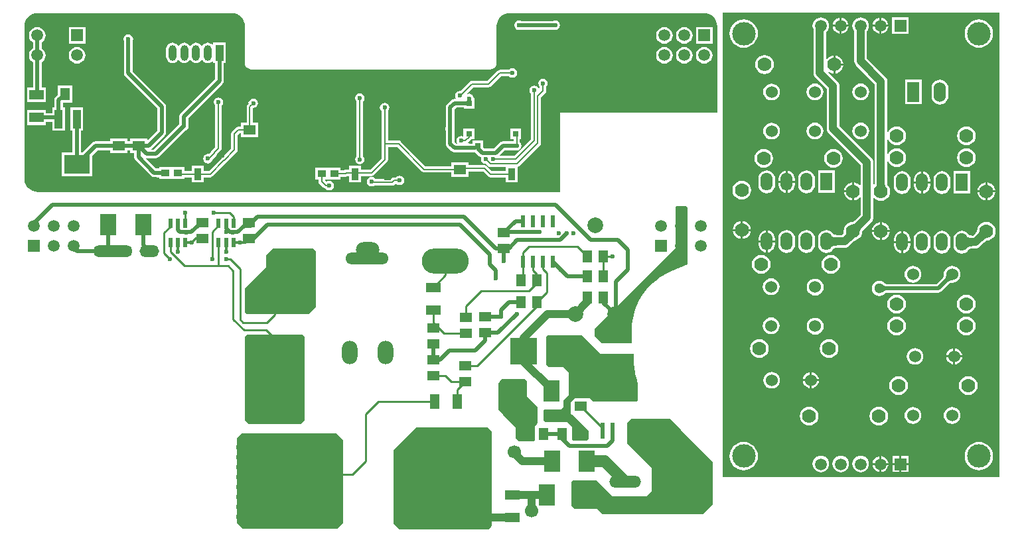
<source format=gtl>
G04 Layer_Physical_Order=1*
G04 Layer_Color=255*
%FSLAX44Y44*%
%MOMM*%
G71*
G01*
G75*
%ADD10C,0.5000*%
%ADD11C,1.0000*%
%ADD12R,0.7500X0.8000*%
%ADD13R,0.8000X0.7500*%
%ADD14R,1.0000X0.9500*%
%ADD15R,1.6002X1.2700*%
%ADD16R,1.8500X1.3000*%
%ADD17R,3.3000X2.4000*%
%ADD18R,1.0000X2.4000*%
%ADD19R,1.2700X1.6002*%
%ADD20R,1.4500X0.8000*%
%ADD21R,0.9000X1.5000*%
%ADD22C,0.2000*%
%ADD23R,0.6000X1.2000*%
%ADD24R,0.6000X2.0000*%
%ADD25R,7.3500X2.4000*%
%ADD26R,3.5000X3.5000*%
%ADD27R,2.1590X2.7430*%
%ADD28R,2.7430X2.1590*%
%ADD29O,4.0640X1.5000*%
%ADD30R,4.0640X1.5000*%
%ADD31R,0.5080X1.5240*%
%ADD32R,1.3000X1.8500*%
%ADD33C,0.3000*%
%ADD34C,0.2540*%
%ADD35C,0.7000*%
%ADD36C,1.5000*%
%ADD37C,3.0000*%
%ADD38O,1.5240X2.2860*%
%ADD39R,1.5240X2.2860*%
%ADD40C,1.7780*%
%ADD41O,1.5240X2.5400*%
%ADD42R,1.5240X2.5400*%
%ADD43C,1.5240*%
%ADD44C,1.5000*%
%ADD45R,1.5000X1.5000*%
%ADD46C,0.6000*%
%ADD47C,1.3000*%
%ADD48C,1.0000*%
%ADD49R,1.0000X2.0000*%
%ADD50O,1.0000X2.0000*%
%ADD51C,0.6600*%
%ADD52O,4.5000X1.5000*%
%ADD53O,1.5000X4.5000*%
%ADD54O,2.0000X3.0000*%
%ADD55O,3.0000X2.0000*%
%ADD56O,6.0000X3.2000*%
%ADD57O,5.5000X1.5000*%
%ADD58C,2.0000*%
%ADD59R,1.2500X1.2500*%
%ADD60C,1.2500*%
%ADD61C,1.7000*%
%ADD62O,1.5000X6.5000*%
%ADD63O,5.0000X1.5000*%
%ADD64O,2.5000X1.5000*%
%ADD65C,2.0000*%
G36*
X1761731Y1264451D02*
Y671589D01*
X1408869D01*
Y1264451D01*
X1761731D01*
D02*
G37*
%LPC*%
G36*
X1618527Y864240D02*
X1618936Y861136D01*
X1620134Y858244D01*
X1622040Y855760D01*
X1624524Y853854D01*
X1627416Y852656D01*
X1630520Y852247D01*
X1633624Y852656D01*
X1636516Y853854D01*
X1639000Y855760D01*
X1640906Y858244D01*
X1642104Y861136D01*
X1642513Y864240D01*
X1642104Y867344D01*
X1640906Y870236D01*
X1639000Y872720D01*
X1636516Y874626D01*
X1633624Y875824D01*
X1630520Y876233D01*
X1627416Y875824D01*
X1624524Y874626D01*
X1622040Y872720D01*
X1620134Y870236D01*
X1618936Y867344D01*
X1618527Y864240D01*
D02*
G37*
G36*
X1621067Y788040D02*
X1621476Y784936D01*
X1622674Y782044D01*
X1624580Y779560D01*
X1627064Y777654D01*
X1629956Y776456D01*
X1633060Y776047D01*
X1636164Y776456D01*
X1639056Y777654D01*
X1641540Y779560D01*
X1643446Y782044D01*
X1644644Y784936D01*
X1645053Y788040D01*
X1644644Y791144D01*
X1643446Y794036D01*
X1641540Y796520D01*
X1639056Y798426D01*
X1636164Y799624D01*
X1633060Y800033D01*
X1629956Y799624D01*
X1627064Y798426D01*
X1624580Y796520D01*
X1622674Y794036D01*
X1621476Y791144D01*
X1621067Y788040D01*
D02*
G37*
G36*
X1636570Y698060D02*
Y689290D01*
X1645340D01*
Y698060D01*
X1636570D01*
D02*
G37*
G36*
X1618527Y892180D02*
X1618936Y889076D01*
X1620134Y886184D01*
X1622040Y883700D01*
X1624524Y881794D01*
X1627416Y880596D01*
X1630520Y880187D01*
X1633624Y880596D01*
X1636516Y881794D01*
X1639000Y883700D01*
X1640906Y886184D01*
X1642104Y889076D01*
X1642513Y892180D01*
X1642104Y895284D01*
X1640906Y898176D01*
X1639000Y900660D01*
X1636516Y902566D01*
X1633624Y903764D01*
X1630520Y904173D01*
X1627416Y903764D01*
X1624524Y902566D01*
X1622040Y900660D01*
X1620134Y898176D01*
X1618936Y895284D01*
X1618527Y892180D01*
D02*
G37*
G36*
X1625260Y686750D02*
Y677980D01*
X1634030D01*
Y686750D01*
X1625260D01*
D02*
G37*
G36*
X1627312Y975270D02*
Y972730D01*
X1636290D01*
Y985350D01*
X1634908Y985169D01*
X1632436Y984145D01*
X1630314Y982516D01*
X1628685Y980394D01*
X1627661Y977922D01*
X1627312Y975270D01*
D02*
G37*
G36*
Y970190D02*
Y967650D01*
X1627661Y964998D01*
X1628685Y962526D01*
X1630314Y960404D01*
X1632436Y958775D01*
X1634908Y957751D01*
X1636290Y957570D01*
Y970190D01*
X1627312D01*
D02*
G37*
G36*
X1626848Y1051470D02*
Y1043850D01*
X1627213Y1041078D01*
X1628283Y1038494D01*
X1629986Y1036276D01*
X1632204Y1034573D01*
X1634788Y1033503D01*
X1637560Y1033138D01*
X1640332Y1033503D01*
X1642916Y1034573D01*
X1645134Y1036276D01*
X1646837Y1038494D01*
X1647907Y1041078D01*
X1648272Y1043850D01*
Y1051470D01*
X1647907Y1054242D01*
X1646837Y1056826D01*
X1645134Y1059044D01*
X1642916Y1060747D01*
X1640332Y1061817D01*
X1637560Y1062182D01*
X1634788Y1061817D01*
X1632204Y1060747D01*
X1629986Y1059044D01*
X1628283Y1056826D01*
X1627213Y1054242D01*
X1626848Y1051470D01*
D02*
G37*
G36*
X1652712D02*
Y1048930D01*
X1661690D01*
Y1061551D01*
X1660308Y1061368D01*
X1657836Y1060345D01*
X1655714Y1058716D01*
X1654085Y1056594D01*
X1653062Y1054122D01*
X1652712Y1051470D01*
D02*
G37*
G36*
Y1046390D02*
Y1043850D01*
X1653062Y1041198D01*
X1654085Y1038726D01*
X1655714Y1036604D01*
X1657836Y1034975D01*
X1660308Y1033951D01*
X1661690Y1033770D01*
Y1046390D01*
X1652712D01*
D02*
G37*
G36*
X1638830Y970190D02*
Y957570D01*
X1640212Y957751D01*
X1642684Y958775D01*
X1644806Y960404D01*
X1646435Y962526D01*
X1647458Y964998D01*
X1647808Y967650D01*
Y970190D01*
X1638830D01*
D02*
G37*
G36*
X1636570Y686750D02*
Y677980D01*
X1645340D01*
Y686750D01*
X1636570D01*
D02*
G37*
G36*
X1624800Y1258520D02*
Y1237520D01*
X1645800D01*
Y1258520D01*
X1624800D01*
D02*
G37*
G36*
X1638830Y985350D02*
Y972730D01*
X1647808D01*
Y975270D01*
X1647458Y977922D01*
X1646435Y980394D01*
X1644806Y982516D01*
X1642684Y984145D01*
X1640212Y985169D01*
X1638830Y985350D01*
D02*
G37*
G36*
X1625260Y698060D02*
Y689290D01*
X1634030D01*
Y698060D01*
X1625260D01*
D02*
G37*
G36*
X1599941Y686750D02*
X1600118Y685399D01*
X1601130Y682957D01*
X1602739Y680859D01*
X1604837Y679250D01*
X1607279Y678238D01*
X1608630Y678061D01*
Y686750D01*
X1599941D01*
D02*
G37*
G36*
X1598999Y986790D02*
X1609090D01*
Y996881D01*
X1607376Y996656D01*
X1604596Y995504D01*
X1602208Y993672D01*
X1600376Y991284D01*
X1599224Y988504D01*
X1598999Y986790D01*
D02*
G37*
G36*
Y984250D02*
X1599224Y982536D01*
X1600376Y979756D01*
X1602208Y977368D01*
X1604596Y975536D01*
X1607376Y974384D01*
X1609090Y974159D01*
Y984250D01*
X1598999D01*
D02*
G37*
G36*
X1599941Y689290D02*
X1608630D01*
Y697979D01*
X1607279Y697802D01*
X1604837Y696790D01*
X1602739Y695181D01*
X1601130Y693083D01*
X1600118Y690641D01*
X1599941Y689290D01*
D02*
G37*
G36*
X1574088Y1113566D02*
X1574453Y1110794D01*
X1575523Y1108211D01*
X1577226Y1105992D01*
X1579444Y1104290D01*
X1582028Y1103220D01*
X1584800Y1102855D01*
X1587572Y1103220D01*
X1590156Y1104290D01*
X1592374Y1105992D01*
X1594077Y1108211D01*
X1595147Y1110794D01*
X1595512Y1113566D01*
X1595147Y1116339D01*
X1594077Y1118922D01*
X1592374Y1121141D01*
X1590156Y1122843D01*
X1587572Y1123913D01*
X1584800Y1124278D01*
X1582028Y1123913D01*
X1579444Y1122843D01*
X1577226Y1121141D01*
X1575523Y1118922D01*
X1574453Y1116339D01*
X1574088Y1113566D01*
D02*
G37*
G36*
X1599941Y1249290D02*
X1608630D01*
Y1257979D01*
X1607279Y1257802D01*
X1604837Y1256790D01*
X1602739Y1255181D01*
X1601130Y1253083D01*
X1600118Y1250641D01*
X1599941Y1249290D01*
D02*
G37*
G36*
Y1246750D02*
X1600118Y1245399D01*
X1601130Y1242957D01*
X1602739Y1240859D01*
X1604837Y1239250D01*
X1607279Y1238238D01*
X1608630Y1238061D01*
Y1246750D01*
X1599941D01*
D02*
G37*
G36*
X1611170Y686750D02*
Y678061D01*
X1612521Y678238D01*
X1614963Y679250D01*
X1617061Y680859D01*
X1618670Y682957D01*
X1619682Y685399D01*
X1619859Y686750D01*
X1611170D01*
D02*
G37*
G36*
X1611630Y996881D02*
Y986790D01*
X1621721D01*
X1621496Y988504D01*
X1620344Y991284D01*
X1618512Y993672D01*
X1616124Y995504D01*
X1613344Y996656D01*
X1611630Y996881D01*
D02*
G37*
G36*
Y984250D02*
Y974159D01*
X1613344Y974384D01*
X1616124Y975536D01*
X1618512Y977368D01*
X1620344Y979756D01*
X1621496Y982536D01*
X1621721Y984250D01*
X1611630D01*
D02*
G37*
G36*
X1611170Y697979D02*
Y689290D01*
X1619859D01*
X1619682Y690641D01*
X1618670Y693083D01*
X1617061Y695181D01*
X1614963Y696790D01*
X1612521Y697802D01*
X1611170Y697979D01*
D02*
G37*
G36*
X1595827Y749300D02*
X1596236Y746196D01*
X1597434Y743304D01*
X1599340Y740820D01*
X1601824Y738914D01*
X1604716Y737716D01*
X1607820Y737307D01*
X1610924Y737716D01*
X1613816Y738914D01*
X1616300Y740820D01*
X1618206Y743304D01*
X1619404Y746196D01*
X1619813Y749300D01*
X1619404Y752404D01*
X1618206Y755296D01*
X1616300Y757780D01*
X1613816Y759686D01*
X1610924Y760884D01*
X1607820Y761293D01*
X1604716Y760884D01*
X1601824Y759686D01*
X1599340Y757780D01*
X1597434Y755296D01*
X1596236Y752404D01*
X1595827Y749300D01*
D02*
G37*
G36*
X1611170Y1257979D02*
Y1249290D01*
X1619859D01*
X1619682Y1250641D01*
X1618670Y1253083D01*
X1617061Y1255181D01*
X1614963Y1256790D01*
X1612521Y1257802D01*
X1611170Y1257979D01*
D02*
G37*
G36*
Y1246750D02*
Y1238061D01*
X1612521Y1238238D01*
X1614963Y1239250D01*
X1617061Y1240859D01*
X1618670Y1242957D01*
X1619682Y1245399D01*
X1619859Y1246750D01*
X1611170D01*
D02*
G37*
G36*
X1707587Y1107440D02*
X1707996Y1104336D01*
X1709194Y1101444D01*
X1711100Y1098960D01*
X1713584Y1097054D01*
X1716476Y1095856D01*
X1719580Y1095447D01*
X1722684Y1095856D01*
X1725576Y1097054D01*
X1728060Y1098960D01*
X1729966Y1101444D01*
X1731164Y1104336D01*
X1731573Y1107440D01*
X1731164Y1110544D01*
X1729966Y1113436D01*
X1728060Y1115920D01*
X1725576Y1117826D01*
X1722684Y1119024D01*
X1719580Y1119433D01*
X1716476Y1119024D01*
X1713584Y1117826D01*
X1711100Y1115920D01*
X1709194Y1113436D01*
X1707996Y1110544D01*
X1707587Y1107440D01*
D02*
G37*
G36*
Y1079500D02*
X1707996Y1076396D01*
X1709194Y1073504D01*
X1711100Y1071020D01*
X1713584Y1069114D01*
X1716476Y1067916D01*
X1719580Y1067507D01*
X1722684Y1067916D01*
X1725576Y1069114D01*
X1728060Y1071020D01*
X1729966Y1073504D01*
X1731164Y1076396D01*
X1731573Y1079500D01*
X1731164Y1082604D01*
X1729966Y1085496D01*
X1728060Y1087980D01*
X1725576Y1089886D01*
X1722684Y1091084D01*
X1719580Y1091493D01*
X1716476Y1091084D01*
X1713584Y1089886D01*
X1711100Y1087980D01*
X1709194Y1085496D01*
X1707996Y1082604D01*
X1707587Y1079500D01*
D02*
G37*
G36*
X1709967Y788040D02*
X1710376Y784936D01*
X1711574Y782044D01*
X1713480Y779560D01*
X1715964Y777654D01*
X1718856Y776456D01*
X1721960Y776047D01*
X1725064Y776456D01*
X1727956Y777654D01*
X1730440Y779560D01*
X1732346Y782044D01*
X1733544Y784936D01*
X1733953Y788040D01*
X1733544Y791144D01*
X1732346Y794036D01*
X1730440Y796520D01*
X1727956Y798426D01*
X1725064Y799624D01*
X1721960Y800033D01*
X1718856Y799624D01*
X1715964Y798426D01*
X1713480Y796520D01*
X1711574Y794036D01*
X1710376Y791144D01*
X1709967Y788040D01*
D02*
G37*
G36*
X1707427Y864240D02*
X1707836Y861136D01*
X1709034Y858244D01*
X1710940Y855760D01*
X1713424Y853854D01*
X1716316Y852656D01*
X1719420Y852247D01*
X1722524Y852656D01*
X1725416Y853854D01*
X1727900Y855760D01*
X1729806Y858244D01*
X1731004Y861136D01*
X1731413Y864240D01*
X1731004Y867344D01*
X1729806Y870236D01*
X1727900Y872720D01*
X1725416Y874626D01*
X1722524Y875824D01*
X1719420Y876233D01*
X1716316Y875824D01*
X1713424Y874626D01*
X1710940Y872720D01*
X1709034Y870236D01*
X1707836Y867344D01*
X1707427Y864240D01*
D02*
G37*
G36*
X1705204Y824230D02*
Y815419D01*
X1706586Y815602D01*
X1709057Y816625D01*
X1711180Y818254D01*
X1712808Y820376D01*
X1713832Y822848D01*
X1714014Y824230D01*
X1705204D01*
D02*
G37*
G36*
X1703140Y1062090D02*
Y1033230D01*
X1724380D01*
Y1062090D01*
X1703140D01*
D02*
G37*
G36*
X1707427Y892180D02*
X1707836Y889076D01*
X1709034Y886184D01*
X1710940Y883700D01*
X1713424Y881794D01*
X1716316Y880596D01*
X1719420Y880187D01*
X1722524Y880596D01*
X1725416Y881794D01*
X1727900Y883700D01*
X1729806Y886184D01*
X1731004Y889076D01*
X1731413Y892180D01*
X1731004Y895284D01*
X1729806Y898176D01*
X1727900Y900660D01*
X1725416Y902566D01*
X1722524Y903764D01*
X1719420Y904173D01*
X1716316Y903764D01*
X1713424Y902566D01*
X1710940Y900660D01*
X1709034Y898176D01*
X1707836Y895284D01*
X1707427Y892180D01*
D02*
G37*
G36*
X1746250Y1047681D02*
Y1037590D01*
X1756341D01*
X1756116Y1039304D01*
X1754964Y1042084D01*
X1753132Y1044472D01*
X1750744Y1046304D01*
X1747964Y1047456D01*
X1746250Y1047681D01*
D02*
G37*
G36*
Y1035050D02*
Y1024959D01*
X1747964Y1025184D01*
X1750744Y1026336D01*
X1753132Y1028168D01*
X1754964Y1030556D01*
X1756116Y1033336D01*
X1756341Y1035050D01*
X1746250D01*
D02*
G37*
G36*
X1703048Y975270D02*
Y967650D01*
X1703413Y964878D01*
X1704483Y962294D01*
X1706186Y960076D01*
X1708404Y958373D01*
X1710988Y957303D01*
X1713760Y956938D01*
X1716532Y957303D01*
X1719116Y958373D01*
X1721334Y960076D01*
X1723037Y962294D01*
X1723143Y962550D01*
X1723862Y962768D01*
X1725144Y963023D01*
X1728775Y963359D01*
X1730423Y963391D01*
X1730920D01*
X1733008Y963666D01*
X1734955Y964472D01*
X1736626Y965754D01*
X1741970Y971099D01*
X1742955Y972034D01*
X1744017Y972916D01*
X1744409Y973197D01*
X1744747Y973411D01*
X1744970Y973529D01*
X1744980Y973527D01*
X1748084Y973936D01*
X1750976Y975134D01*
X1753460Y977040D01*
X1755366Y979524D01*
X1756564Y982416D01*
X1756973Y985520D01*
X1756564Y988624D01*
X1755366Y991516D01*
X1753460Y994000D01*
X1750976Y995906D01*
X1748084Y997104D01*
X1744980Y997513D01*
X1741876Y997104D01*
X1738984Y995906D01*
X1736500Y994000D01*
X1734594Y991516D01*
X1733396Y988624D01*
X1732987Y985520D01*
X1732989Y985510D01*
X1732870Y985287D01*
X1732657Y984949D01*
X1732392Y984580D01*
X1730910Y982862D01*
X1730877Y982828D01*
X1727679Y979631D01*
X1726819Y979687D01*
X1725190Y979888D01*
X1723862Y980152D01*
X1723143Y980370D01*
X1723037Y980626D01*
X1721334Y982844D01*
X1719116Y984547D01*
X1716532Y985617D01*
X1713760Y985982D01*
X1710988Y985617D01*
X1708404Y984547D01*
X1706186Y982844D01*
X1704483Y980626D01*
X1703413Y978042D01*
X1703048Y975270D01*
D02*
G37*
G36*
X1717213Y698020D02*
X1717560Y694491D01*
X1718590Y691098D01*
X1720261Y687971D01*
X1722511Y685230D01*
X1725251Y682981D01*
X1728378Y681310D01*
X1731771Y680281D01*
X1735300Y679933D01*
X1738829Y680281D01*
X1742222Y681310D01*
X1745349Y682981D01*
X1748089Y685230D01*
X1750339Y687971D01*
X1752010Y691098D01*
X1753040Y694491D01*
X1753387Y698020D01*
X1753040Y701549D01*
X1752010Y704942D01*
X1750339Y708069D01*
X1748089Y710809D01*
X1745349Y713059D01*
X1742222Y714730D01*
X1738829Y715760D01*
X1735300Y716107D01*
X1731771Y715760D01*
X1728378Y714730D01*
X1725251Y713059D01*
X1722511Y710809D01*
X1720261Y708069D01*
X1718590Y704942D01*
X1717560Y701549D01*
X1717213Y698020D01*
D02*
G37*
G36*
X1733619Y1037590D02*
X1743710D01*
Y1047681D01*
X1741996Y1047456D01*
X1739216Y1046304D01*
X1736828Y1044472D01*
X1734996Y1042084D01*
X1733844Y1039304D01*
X1733619Y1037590D01*
D02*
G37*
G36*
Y1035050D02*
X1733844Y1033336D01*
X1734996Y1030556D01*
X1736828Y1028168D01*
X1739216Y1026336D01*
X1741996Y1025184D01*
X1743710Y1024959D01*
Y1035050D01*
X1733619D01*
D02*
G37*
G36*
X1717213Y1238020D02*
X1717560Y1234491D01*
X1718590Y1231098D01*
X1720261Y1227971D01*
X1722511Y1225230D01*
X1725251Y1222981D01*
X1728378Y1221310D01*
X1731771Y1220281D01*
X1735300Y1219933D01*
X1738829Y1220281D01*
X1742222Y1221310D01*
X1745349Y1222981D01*
X1748089Y1225230D01*
X1750339Y1227971D01*
X1752010Y1231098D01*
X1753040Y1234491D01*
X1753387Y1238020D01*
X1753040Y1241549D01*
X1752010Y1244942D01*
X1750339Y1248069D01*
X1748089Y1250809D01*
X1745349Y1253059D01*
X1742222Y1254730D01*
X1738829Y1255760D01*
X1735300Y1256107D01*
X1731771Y1255760D01*
X1728378Y1254730D01*
X1725251Y1253059D01*
X1722511Y1250809D01*
X1720261Y1248069D01*
X1718590Y1244942D01*
X1717560Y1241549D01*
X1717213Y1238020D01*
D02*
G37*
G36*
X1705204Y835581D02*
Y826770D01*
X1714014D01*
X1713832Y828152D01*
X1712808Y830624D01*
X1711180Y832746D01*
X1709057Y834375D01*
X1706586Y835398D01*
X1705204Y835581D01*
D02*
G37*
G36*
X1664230Y1061551D02*
Y1048930D01*
X1673208D01*
Y1051470D01*
X1672858Y1054122D01*
X1671835Y1056594D01*
X1670206Y1058716D01*
X1668084Y1060345D01*
X1665612Y1061368D01*
X1664230Y1061551D01*
D02*
G37*
G36*
Y1046390D02*
Y1033770D01*
X1665612Y1033951D01*
X1668084Y1034975D01*
X1670206Y1036604D01*
X1671835Y1038726D01*
X1672858Y1041198D01*
X1673208Y1043850D01*
Y1046390D01*
X1664230D01*
D02*
G37*
G36*
X1652248Y975270D02*
Y967650D01*
X1652613Y964878D01*
X1653683Y962294D01*
X1655386Y960076D01*
X1657604Y958373D01*
X1660188Y957303D01*
X1662960Y956938D01*
X1665732Y957303D01*
X1668316Y958373D01*
X1670534Y960076D01*
X1672237Y962294D01*
X1673307Y964878D01*
X1673672Y967650D01*
Y975270D01*
X1673307Y978042D01*
X1672237Y980626D01*
X1670534Y982844D01*
X1668316Y984547D01*
X1665732Y985617D01*
X1662960Y985982D01*
X1660188Y985617D01*
X1657604Y984547D01*
X1655386Y982844D01*
X1653683Y980626D01*
X1652613Y978042D01*
X1652248Y975270D01*
D02*
G37*
G36*
X1643235Y825500D02*
X1643600Y822728D01*
X1644670Y820144D01*
X1646372Y817926D01*
X1648591Y816223D01*
X1651174Y815153D01*
X1653946Y814788D01*
X1656719Y815153D01*
X1659302Y816223D01*
X1661521Y817926D01*
X1663223Y820144D01*
X1664293Y822728D01*
X1664658Y825500D01*
X1664293Y828272D01*
X1663223Y830856D01*
X1661521Y833074D01*
X1659302Y834777D01*
X1656719Y835847D01*
X1653946Y836212D01*
X1651174Y835847D01*
X1648591Y834777D01*
X1646372Y833074D01*
X1644670Y830856D01*
X1643600Y828272D01*
X1643235Y825500D01*
D02*
G37*
G36*
X1640535Y930280D02*
X1640900Y927508D01*
X1641970Y924924D01*
X1643672Y922706D01*
X1645891Y921003D01*
X1648474Y919933D01*
X1651246Y919568D01*
X1654019Y919933D01*
X1656602Y921003D01*
X1658821Y922706D01*
X1660523Y924924D01*
X1661593Y927508D01*
X1661958Y930280D01*
X1661593Y933052D01*
X1660523Y935636D01*
X1658821Y937854D01*
X1656602Y939557D01*
X1654019Y940627D01*
X1651246Y940992D01*
X1648474Y940627D01*
X1645891Y939557D01*
X1643672Y937854D01*
X1641970Y935636D01*
X1640900Y933052D01*
X1640535Y930280D01*
D02*
G37*
G36*
Y749940D02*
X1640900Y747168D01*
X1641970Y744584D01*
X1643672Y742366D01*
X1645891Y740663D01*
X1648474Y739593D01*
X1651246Y739228D01*
X1654019Y739593D01*
X1656602Y740663D01*
X1658821Y742366D01*
X1660523Y744584D01*
X1661593Y747168D01*
X1661958Y749940D01*
X1661593Y752712D01*
X1660523Y755296D01*
X1658821Y757514D01*
X1656602Y759217D01*
X1654019Y760287D01*
X1651246Y760652D01*
X1648474Y760287D01*
X1645891Y759217D01*
X1643672Y757514D01*
X1641970Y755296D01*
X1640900Y752712D01*
X1640535Y749940D01*
D02*
G37*
G36*
X1641142Y1179147D02*
Y1147747D01*
X1662382D01*
Y1179147D01*
X1641142D01*
D02*
G37*
G36*
X1693853Y824230D02*
X1694035Y822848D01*
X1695059Y820376D01*
X1696687Y818254D01*
X1698810Y816625D01*
X1701281Y815602D01*
X1702664Y815419D01*
Y824230D01*
X1693853D01*
D02*
G37*
G36*
X1598746Y912368D02*
X1599073Y909888D01*
X1600030Y907577D01*
X1601552Y905592D01*
X1603537Y904070D01*
X1605848Y903112D01*
X1608328Y902786D01*
X1610808Y903112D01*
X1613119Y904070D01*
X1615103Y905592D01*
X1615194Y905711D01*
X1615386Y905891D01*
X1615622Y906079D01*
X1615867Y906241D01*
X1616125Y906382D01*
X1616402Y906504D01*
X1616703Y906607D01*
X1617032Y906690D01*
X1617394Y906754D01*
X1617460Y906760D01*
X1683322D01*
X1685468Y907187D01*
X1687287Y908403D01*
X1697357Y918473D01*
X1697520Y918600D01*
X1697876Y918832D01*
X1698250Y919032D01*
X1698645Y919202D01*
X1699069Y919344D01*
X1699525Y919456D01*
X1700018Y919538D01*
X1700552Y919587D01*
X1701012Y919597D01*
X1701234Y919568D01*
X1704006Y919933D01*
X1706589Y921003D01*
X1708808Y922706D01*
X1710510Y924924D01*
X1711580Y927508D01*
X1711945Y930280D01*
X1711580Y933052D01*
X1710510Y935636D01*
X1708808Y937854D01*
X1706589Y939557D01*
X1704006Y940627D01*
X1701234Y940992D01*
X1698461Y940627D01*
X1695878Y939557D01*
X1693659Y937854D01*
X1691957Y935636D01*
X1690887Y933052D01*
X1690522Y930280D01*
X1690551Y930058D01*
X1690541Y929599D01*
X1690492Y929065D01*
X1690410Y928572D01*
X1690298Y928115D01*
X1690156Y927692D01*
X1689986Y927296D01*
X1689785Y926922D01*
X1689553Y926566D01*
X1689427Y926404D01*
X1680999Y917976D01*
X1617460D01*
X1617394Y917982D01*
X1617032Y918046D01*
X1616702Y918130D01*
X1616402Y918232D01*
X1616125Y918354D01*
X1615867Y918495D01*
X1615623Y918657D01*
X1615386Y918845D01*
X1615194Y919025D01*
X1615103Y919143D01*
X1613119Y920666D01*
X1610808Y921624D01*
X1608328Y921950D01*
X1605848Y921624D01*
X1603537Y920666D01*
X1601552Y919143D01*
X1600030Y917159D01*
X1599073Y914848D01*
X1598746Y912368D01*
D02*
G37*
G36*
X1690522Y749940D02*
X1690887Y747168D01*
X1691957Y744584D01*
X1693659Y742366D01*
X1695878Y740663D01*
X1698461Y739593D01*
X1701234Y739228D01*
X1704006Y739593D01*
X1706589Y740663D01*
X1708808Y742366D01*
X1710510Y744584D01*
X1711580Y747168D01*
X1711945Y749940D01*
X1711580Y752712D01*
X1710510Y755296D01*
X1708808Y757514D01*
X1706589Y759217D01*
X1704006Y760287D01*
X1701234Y760652D01*
X1698461Y760287D01*
X1695878Y759217D01*
X1693659Y757514D01*
X1691957Y755296D01*
X1690887Y752712D01*
X1690522Y749940D01*
D02*
G37*
G36*
X1693853Y826770D02*
X1702664D01*
Y835581D01*
X1701281Y835398D01*
X1698810Y834375D01*
X1696687Y832746D01*
X1695059Y830624D01*
X1694035Y828152D01*
X1693853Y826770D01*
D02*
G37*
G36*
X1675086Y1168273D02*
Y1158113D01*
X1675451Y1155341D01*
X1676521Y1152757D01*
X1678224Y1150539D01*
X1680442Y1148836D01*
X1683026Y1147766D01*
X1685798Y1147401D01*
X1688570Y1147766D01*
X1691154Y1148836D01*
X1693372Y1150539D01*
X1695075Y1152757D01*
X1696145Y1155341D01*
X1696510Y1158113D01*
Y1168273D01*
X1696145Y1171045D01*
X1695075Y1173629D01*
X1693372Y1175847D01*
X1691154Y1177550D01*
X1688570Y1178620D01*
X1685798Y1178985D01*
X1683026Y1178620D01*
X1680442Y1177550D01*
X1678224Y1175847D01*
X1676521Y1173629D01*
X1675451Y1171045D01*
X1675086Y1168273D01*
D02*
G37*
G36*
X1677648Y1051470D02*
Y1043850D01*
X1678013Y1041078D01*
X1679083Y1038494D01*
X1680786Y1036276D01*
X1683004Y1034573D01*
X1685588Y1033503D01*
X1688360Y1033138D01*
X1691132Y1033503D01*
X1693716Y1034573D01*
X1695934Y1036276D01*
X1697637Y1038494D01*
X1698707Y1041078D01*
X1699072Y1043850D01*
Y1051470D01*
X1698707Y1054242D01*
X1697637Y1056826D01*
X1695934Y1059044D01*
X1693716Y1060747D01*
X1691132Y1061817D01*
X1688360Y1062182D01*
X1685588Y1061817D01*
X1683004Y1060747D01*
X1680786Y1059044D01*
X1679083Y1056826D01*
X1678013Y1054242D01*
X1677648Y1051470D01*
D02*
G37*
G36*
Y975270D02*
Y967650D01*
X1678013Y964878D01*
X1679083Y962294D01*
X1680786Y960076D01*
X1683004Y958373D01*
X1685588Y957303D01*
X1688360Y956938D01*
X1691132Y957303D01*
X1693716Y958373D01*
X1695934Y960076D01*
X1697637Y962294D01*
X1698707Y964878D01*
X1699072Y967650D01*
Y975270D01*
X1698707Y978042D01*
X1697637Y980626D01*
X1695934Y982844D01*
X1693716Y984547D01*
X1691132Y985617D01*
X1688360Y985982D01*
X1685588Y985617D01*
X1683004Y984547D01*
X1680786Y982844D01*
X1679083Y980626D01*
X1678013Y978042D01*
X1677648Y975270D01*
D02*
G37*
G36*
X1460188Y1113426D02*
X1460553Y1110654D01*
X1461623Y1108071D01*
X1463326Y1105852D01*
X1465544Y1104150D01*
X1468128Y1103080D01*
X1470900Y1102715D01*
X1473672Y1103080D01*
X1476256Y1104150D01*
X1478474Y1105852D01*
X1480177Y1108071D01*
X1481247Y1110654D01*
X1481612Y1113426D01*
X1481247Y1116199D01*
X1480177Y1118782D01*
X1478474Y1121001D01*
X1476256Y1122703D01*
X1473672Y1123773D01*
X1470900Y1124138D01*
X1468128Y1123773D01*
X1465544Y1122703D01*
X1463326Y1121001D01*
X1461623Y1118782D01*
X1460553Y1116199D01*
X1460188Y1113426D01*
D02*
G37*
G36*
X1460355Y795020D02*
X1460720Y792248D01*
X1461790Y789664D01*
X1463492Y787446D01*
X1465711Y785743D01*
X1468294Y784673D01*
X1471066Y784308D01*
X1473839Y784673D01*
X1476422Y785743D01*
X1478641Y787446D01*
X1480343Y789664D01*
X1481413Y792248D01*
X1481778Y795020D01*
X1481413Y797792D01*
X1480343Y800376D01*
X1478641Y802594D01*
X1476422Y804297D01*
X1473839Y805367D01*
X1471066Y805732D01*
X1468294Y805367D01*
X1465711Y804297D01*
X1463492Y802594D01*
X1461790Y800376D01*
X1460720Y797792D01*
X1460355Y795020D01*
D02*
G37*
G36*
X1479952Y1052330D02*
Y1049790D01*
X1488930D01*
Y1062411D01*
X1487548Y1062228D01*
X1485076Y1061205D01*
X1482954Y1059576D01*
X1481325Y1057454D01*
X1480302Y1054982D01*
X1479952Y1052330D01*
D02*
G37*
G36*
X1460188Y1163414D02*
X1460553Y1160641D01*
X1461623Y1158058D01*
X1463326Y1155839D01*
X1465544Y1154137D01*
X1468128Y1153067D01*
X1470900Y1152702D01*
X1473672Y1153067D01*
X1476256Y1154137D01*
X1478474Y1155839D01*
X1480177Y1158058D01*
X1481247Y1160641D01*
X1481612Y1163414D01*
X1481247Y1166186D01*
X1480177Y1168769D01*
X1478474Y1170988D01*
X1476256Y1172690D01*
X1473672Y1173760D01*
X1470900Y1174125D01*
X1468128Y1173760D01*
X1465544Y1172690D01*
X1463326Y1170988D01*
X1461623Y1168769D01*
X1460553Y1166186D01*
X1460188Y1163414D01*
D02*
G37*
G36*
X1454088Y1052330D02*
Y1044710D01*
X1454453Y1041938D01*
X1455524Y1039354D01*
X1457226Y1037136D01*
X1459444Y1035433D01*
X1462028Y1034363D01*
X1464800Y1033998D01*
X1467572Y1034363D01*
X1470156Y1035433D01*
X1472374Y1037136D01*
X1474077Y1039354D01*
X1475147Y1041938D01*
X1475512Y1044710D01*
Y1052330D01*
X1475147Y1055102D01*
X1474077Y1057686D01*
X1472374Y1059904D01*
X1470156Y1061607D01*
X1467572Y1062677D01*
X1464800Y1063042D01*
X1462028Y1062677D01*
X1459444Y1061607D01*
X1457226Y1059904D01*
X1455524Y1057686D01*
X1454453Y1055102D01*
X1454088Y1052330D01*
D02*
G37*
G36*
X1459788Y914634D02*
X1460153Y911861D01*
X1461223Y909278D01*
X1462926Y907059D01*
X1465144Y905357D01*
X1467728Y904287D01*
X1470500Y903922D01*
X1473272Y904287D01*
X1475856Y905357D01*
X1478074Y907059D01*
X1479777Y909278D01*
X1480847Y911861D01*
X1481212Y914634D01*
X1480847Y917406D01*
X1479777Y919989D01*
X1478074Y922208D01*
X1475856Y923910D01*
X1473272Y924980D01*
X1470500Y925345D01*
X1467728Y924980D01*
X1465144Y923910D01*
X1462926Y922208D01*
X1461223Y919989D01*
X1460153Y917406D01*
X1459788Y914634D01*
D02*
G37*
G36*
Y864646D02*
X1460153Y861874D01*
X1461223Y859291D01*
X1462926Y857072D01*
X1465144Y855370D01*
X1467728Y854300D01*
X1470500Y853935D01*
X1473272Y854300D01*
X1475856Y855370D01*
X1478074Y857072D01*
X1479777Y859291D01*
X1480847Y861874D01*
X1481212Y864646D01*
X1480847Y867419D01*
X1479777Y870002D01*
X1478074Y872221D01*
X1475856Y873923D01*
X1473272Y874993D01*
X1470500Y875358D01*
X1467728Y874993D01*
X1465144Y873923D01*
X1462926Y872221D01*
X1461223Y870002D01*
X1460153Y867419D01*
X1459788Y864646D01*
D02*
G37*
G36*
X1479952Y1047250D02*
Y1044710D01*
X1480302Y1042058D01*
X1481325Y1039586D01*
X1482954Y1037464D01*
X1485076Y1035835D01*
X1487548Y1034811D01*
X1488930Y1034630D01*
Y1047250D01*
X1479952D01*
D02*
G37*
G36*
X1510973Y793750D02*
X1511155Y792368D01*
X1512179Y789896D01*
X1513807Y787774D01*
X1515930Y786145D01*
X1518401Y785122D01*
X1519784Y784939D01*
Y793750D01*
X1510973D01*
D02*
G37*
G36*
X1504888Y1052330D02*
Y1044710D01*
X1505253Y1041938D01*
X1506324Y1039354D01*
X1508026Y1037136D01*
X1510244Y1035433D01*
X1512828Y1034363D01*
X1515600Y1033998D01*
X1518372Y1034363D01*
X1520956Y1035433D01*
X1523174Y1037136D01*
X1524877Y1039354D01*
X1525947Y1041938D01*
X1526312Y1044710D01*
Y1052330D01*
X1525947Y1055102D01*
X1524877Y1057686D01*
X1523174Y1059904D01*
X1520956Y1061607D01*
X1518372Y1062677D01*
X1515600Y1063042D01*
X1512828Y1062677D01*
X1510244Y1061607D01*
X1508026Y1059904D01*
X1506324Y1057686D01*
X1505253Y1055102D01*
X1504888Y1052330D01*
D02*
G37*
G36*
Y976130D02*
Y968510D01*
X1505253Y965738D01*
X1506324Y963154D01*
X1508026Y960936D01*
X1510244Y959233D01*
X1512828Y958163D01*
X1515600Y957798D01*
X1518372Y958163D01*
X1520956Y959233D01*
X1523174Y960936D01*
X1524877Y963154D01*
X1525947Y965738D01*
X1526312Y968510D01*
Y976130D01*
X1525947Y978902D01*
X1524877Y981486D01*
X1523174Y983704D01*
X1520956Y985406D01*
X1518372Y986477D01*
X1515600Y986842D01*
X1512828Y986477D01*
X1510244Y985406D01*
X1508026Y983704D01*
X1506324Y981486D01*
X1505253Y978902D01*
X1504888Y976130D01*
D02*
G37*
G36*
X1510973Y796290D02*
X1519784D01*
Y805100D01*
X1518401Y804919D01*
X1515930Y803895D01*
X1513807Y802266D01*
X1512179Y800144D01*
X1511155Y797672D01*
X1510973Y796290D01*
D02*
G37*
G36*
X1491470Y1062411D02*
Y1049790D01*
X1500448D01*
Y1052330D01*
X1500099Y1054982D01*
X1499075Y1057454D01*
X1497446Y1059576D01*
X1495324Y1061205D01*
X1492852Y1062228D01*
X1491470Y1062411D01*
D02*
G37*
G36*
Y1047250D02*
Y1034630D01*
X1492852Y1034811D01*
X1495324Y1035835D01*
X1497446Y1037464D01*
X1499075Y1039586D01*
X1500099Y1042058D01*
X1500448Y1044710D01*
Y1047250D01*
X1491470D01*
D02*
G37*
G36*
X1479488Y976130D02*
Y968510D01*
X1479853Y965738D01*
X1480923Y963154D01*
X1482626Y960936D01*
X1484844Y959233D01*
X1487428Y958163D01*
X1490200Y957798D01*
X1492972Y958163D01*
X1495556Y959233D01*
X1497774Y960936D01*
X1499477Y963154D01*
X1500547Y965738D01*
X1500912Y968510D01*
Y976130D01*
X1500547Y978902D01*
X1499477Y981486D01*
X1497774Y983704D01*
X1495556Y985406D01*
X1492972Y986477D01*
X1490200Y986842D01*
X1487428Y986477D01*
X1484844Y985406D01*
X1482626Y983704D01*
X1480923Y981486D01*
X1479853Y978902D01*
X1479488Y976130D01*
D02*
G37*
G36*
X1420907Y1037820D02*
X1421316Y1034716D01*
X1422514Y1031824D01*
X1424420Y1029340D01*
X1426904Y1027434D01*
X1429796Y1026236D01*
X1432900Y1025827D01*
X1436004Y1026236D01*
X1438896Y1027434D01*
X1441380Y1029340D01*
X1443286Y1031824D01*
X1444484Y1034716D01*
X1444893Y1037820D01*
X1444484Y1040924D01*
X1443286Y1043816D01*
X1441380Y1046300D01*
X1438896Y1048206D01*
X1436004Y1049404D01*
X1432900Y1049813D01*
X1429796Y1049404D01*
X1426904Y1048206D01*
X1424420Y1046300D01*
X1422514Y1043816D01*
X1421316Y1040924D01*
X1420907Y1037820D01*
D02*
G37*
G36*
X1417213Y1238020D02*
X1417560Y1234491D01*
X1418590Y1231098D01*
X1420261Y1227971D01*
X1422511Y1225230D01*
X1425251Y1222981D01*
X1428378Y1221310D01*
X1431771Y1220281D01*
X1435300Y1219933D01*
X1438829Y1220281D01*
X1442222Y1221310D01*
X1445349Y1222981D01*
X1448089Y1225230D01*
X1450339Y1227971D01*
X1452010Y1231098D01*
X1453040Y1234491D01*
X1453387Y1238020D01*
X1453040Y1241549D01*
X1452010Y1244942D01*
X1450339Y1248069D01*
X1448089Y1250809D01*
X1445349Y1253059D01*
X1442222Y1254730D01*
X1438829Y1255760D01*
X1435300Y1256107D01*
X1431771Y1255760D01*
X1428378Y1254730D01*
X1425251Y1253059D01*
X1422511Y1250809D01*
X1420261Y1248069D01*
X1418590Y1244942D01*
X1417560Y1241549D01*
X1417213Y1238020D01*
D02*
G37*
G36*
Y698020D02*
X1417560Y694491D01*
X1418590Y691098D01*
X1420261Y687971D01*
X1422511Y685230D01*
X1425251Y682981D01*
X1428378Y681310D01*
X1431771Y680281D01*
X1435300Y679933D01*
X1438829Y680281D01*
X1442222Y681310D01*
X1445349Y682981D01*
X1448089Y685230D01*
X1450339Y687971D01*
X1452010Y691098D01*
X1453040Y694491D01*
X1453387Y698020D01*
X1453040Y701549D01*
X1452010Y704942D01*
X1450339Y708069D01*
X1448089Y710809D01*
X1445349Y713059D01*
X1442222Y714730D01*
X1438829Y715760D01*
X1435300Y716107D01*
X1431771Y715760D01*
X1428378Y714730D01*
X1425251Y713059D01*
X1422511Y710809D01*
X1420261Y708069D01*
X1418590Y704942D01*
X1417560Y701549D01*
X1417213Y698020D01*
D02*
G37*
G36*
X1434170Y985750D02*
Y975659D01*
X1435884Y975884D01*
X1438664Y977036D01*
X1441052Y978868D01*
X1442884Y981256D01*
X1444036Y984036D01*
X1444261Y985750D01*
X1434170D01*
D02*
G37*
G36*
X1421539Y988290D02*
X1431630D01*
Y998381D01*
X1429916Y998156D01*
X1427136Y997004D01*
X1424748Y995172D01*
X1422916Y992784D01*
X1421764Y990004D01*
X1421539Y988290D01*
D02*
G37*
G36*
Y985750D02*
X1421764Y984036D01*
X1422916Y981256D01*
X1424748Y978868D01*
X1427136Y977036D01*
X1429916Y975884D01*
X1431630Y975659D01*
Y985750D01*
X1421539D01*
D02*
G37*
G36*
X1434170Y998381D02*
Y988290D01*
X1444261D01*
X1444036Y990004D01*
X1442884Y992784D01*
X1441052Y995172D01*
X1438664Y997004D01*
X1435884Y998156D01*
X1434170Y998381D01*
D02*
G37*
G36*
X1454552Y976130D02*
Y973590D01*
X1463530D01*
Y986210D01*
X1462148Y986029D01*
X1459676Y985005D01*
X1457554Y983376D01*
X1455925Y981254D01*
X1454901Y978782D01*
X1454552Y976130D01*
D02*
G37*
G36*
X1450007Y1198420D02*
X1450416Y1195316D01*
X1451614Y1192424D01*
X1453520Y1189940D01*
X1456004Y1188034D01*
X1458896Y1186836D01*
X1462000Y1186427D01*
X1465104Y1186836D01*
X1467996Y1188034D01*
X1470480Y1189940D01*
X1472386Y1192424D01*
X1473584Y1195316D01*
X1473993Y1198420D01*
X1473584Y1201524D01*
X1472386Y1204416D01*
X1470480Y1206900D01*
X1467996Y1208806D01*
X1465104Y1210004D01*
X1462000Y1210413D01*
X1458896Y1210004D01*
X1456004Y1208806D01*
X1453520Y1206900D01*
X1451614Y1204416D01*
X1450416Y1201524D01*
X1450007Y1198420D01*
D02*
G37*
G36*
X1466070Y986210D02*
Y973590D01*
X1475048D01*
Y976130D01*
X1474698Y978782D01*
X1473675Y981254D01*
X1472046Y983376D01*
X1469924Y985005D01*
X1467452Y986029D01*
X1466070Y986210D01*
D02*
G37*
G36*
Y971050D02*
Y958429D01*
X1467452Y958612D01*
X1469924Y959635D01*
X1472046Y961264D01*
X1473675Y963386D01*
X1474698Y965858D01*
X1475048Y968510D01*
Y971050D01*
X1466070D01*
D02*
G37*
G36*
X1448907Y1078420D02*
X1449316Y1075316D01*
X1450514Y1072424D01*
X1452420Y1069940D01*
X1454904Y1068034D01*
X1457796Y1066836D01*
X1460900Y1066427D01*
X1464004Y1066836D01*
X1466896Y1068034D01*
X1469380Y1069940D01*
X1471286Y1072424D01*
X1472484Y1075316D01*
X1472893Y1078420D01*
X1472484Y1081524D01*
X1471286Y1084416D01*
X1469380Y1086900D01*
X1466896Y1088806D01*
X1464004Y1090004D01*
X1460900Y1090413D01*
X1457796Y1090004D01*
X1454904Y1088806D01*
X1452420Y1086900D01*
X1450514Y1084416D01*
X1449316Y1081524D01*
X1448907Y1078420D01*
D02*
G37*
G36*
X1454552Y971050D02*
Y968510D01*
X1454901Y965858D01*
X1455925Y963386D01*
X1457554Y961264D01*
X1459676Y959635D01*
X1462148Y958612D01*
X1463530Y958429D01*
Y971050D01*
X1454552D01*
D02*
G37*
G36*
X1443427Y835660D02*
X1443836Y832556D01*
X1445034Y829664D01*
X1446940Y827180D01*
X1449424Y825274D01*
X1452316Y824076D01*
X1455420Y823667D01*
X1458524Y824076D01*
X1461416Y825274D01*
X1463900Y827180D01*
X1465806Y829664D01*
X1467004Y832556D01*
X1467413Y835660D01*
X1467004Y838764D01*
X1465806Y841656D01*
X1463900Y844140D01*
X1461416Y846046D01*
X1458524Y847244D01*
X1455420Y847653D01*
X1452316Y847244D01*
X1449424Y846046D01*
X1446940Y844140D01*
X1445034Y841656D01*
X1443836Y838764D01*
X1443427Y835660D01*
D02*
G37*
G36*
X1445807Y942980D02*
X1446216Y939876D01*
X1447414Y936984D01*
X1449320Y934500D01*
X1451804Y932594D01*
X1454696Y931396D01*
X1457800Y930987D01*
X1460904Y931396D01*
X1463796Y932594D01*
X1466280Y934500D01*
X1468186Y936984D01*
X1469384Y939876D01*
X1469793Y942980D01*
X1469384Y946084D01*
X1468186Y948976D01*
X1466280Y951460D01*
X1463796Y953366D01*
X1460904Y954564D01*
X1457800Y954973D01*
X1454696Y954564D01*
X1451804Y953366D01*
X1449320Y951460D01*
X1447414Y948976D01*
X1446216Y946084D01*
X1445807Y942980D01*
D02*
G37*
G36*
X1506927Y749300D02*
X1507336Y746196D01*
X1508534Y743304D01*
X1510440Y740820D01*
X1512924Y738914D01*
X1515816Y737716D01*
X1518920Y737307D01*
X1522024Y737716D01*
X1524916Y738914D01*
X1527400Y740820D01*
X1529306Y743304D01*
X1530504Y746196D01*
X1530913Y749300D01*
X1530504Y752404D01*
X1529306Y755296D01*
X1527400Y757780D01*
X1524916Y759686D01*
X1522024Y760884D01*
X1518920Y761293D01*
X1515816Y760884D01*
X1512924Y759686D01*
X1510440Y757780D01*
X1508534Y755296D01*
X1507336Y752404D01*
X1506927Y749300D01*
D02*
G37*
G36*
X1552170Y1197150D02*
Y1187059D01*
X1553884Y1187284D01*
X1556664Y1188436D01*
X1559052Y1190268D01*
X1560884Y1192656D01*
X1562036Y1195436D01*
X1562261Y1197150D01*
X1552170D01*
D02*
G37*
G36*
X1560370Y1257979D02*
Y1249290D01*
X1569059D01*
X1568882Y1250641D01*
X1567870Y1253083D01*
X1566261Y1255181D01*
X1564163Y1256790D01*
X1561721Y1257802D01*
X1560370Y1257979D01*
D02*
G37*
G36*
Y1246750D02*
Y1238061D01*
X1561721Y1238238D01*
X1564163Y1239250D01*
X1566261Y1240859D01*
X1567870Y1242957D01*
X1568882Y1245399D01*
X1569059Y1246750D01*
X1560370D01*
D02*
G37*
G36*
X1534707Y942980D02*
X1535116Y939876D01*
X1536314Y936984D01*
X1538220Y934500D01*
X1540704Y932594D01*
X1543596Y931396D01*
X1546700Y930987D01*
X1549804Y931396D01*
X1552696Y932594D01*
X1555180Y934500D01*
X1557086Y936984D01*
X1558284Y939876D01*
X1558693Y942980D01*
X1558284Y946084D01*
X1557086Y948976D01*
X1555180Y951460D01*
X1552696Y953366D01*
X1549804Y954564D01*
X1546700Y954973D01*
X1543596Y954564D01*
X1540704Y953366D01*
X1538220Y951460D01*
X1536314Y948976D01*
X1535116Y946084D01*
X1534707Y942980D01*
D02*
G37*
G36*
X1537807Y1078420D02*
X1538216Y1075316D01*
X1539414Y1072424D01*
X1541320Y1069940D01*
X1543804Y1068034D01*
X1546696Y1066836D01*
X1549800Y1066427D01*
X1552904Y1066836D01*
X1555796Y1068034D01*
X1558280Y1069940D01*
X1560186Y1072424D01*
X1561384Y1075316D01*
X1561793Y1078420D01*
X1561384Y1081524D01*
X1560186Y1084416D01*
X1558280Y1086900D01*
X1555796Y1088806D01*
X1552904Y1090004D01*
X1549800Y1090413D01*
X1546696Y1090004D01*
X1543804Y1088806D01*
X1541320Y1086900D01*
X1539414Y1084416D01*
X1538216Y1081524D01*
X1537807Y1078420D01*
D02*
G37*
G36*
X1552170Y1209781D02*
Y1199690D01*
X1562261D01*
X1562036Y1201404D01*
X1560884Y1204184D01*
X1559052Y1206572D01*
X1556664Y1208404D01*
X1553884Y1209556D01*
X1552170Y1209781D01*
D02*
G37*
G36*
X1523109Y1248020D02*
X1523470Y1245279D01*
X1524313Y1243244D01*
Y1187704D01*
X1524588Y1185616D01*
X1525394Y1183670D01*
X1526676Y1181998D01*
X1541331Y1167344D01*
Y1116584D01*
X1541606Y1114496D01*
X1542412Y1112550D01*
X1543694Y1110878D01*
X1584511Y1070062D01*
Y1044416D01*
X1583308Y1044007D01*
X1582952Y1044472D01*
X1580564Y1046304D01*
X1577784Y1047456D01*
X1576070Y1047681D01*
Y1024959D01*
X1577784Y1025184D01*
X1580564Y1026336D01*
X1582952Y1028168D01*
X1583308Y1028633D01*
X1584511Y1028224D01*
Y1006642D01*
X1577810Y999941D01*
X1576825Y999006D01*
X1575763Y998124D01*
X1575371Y997842D01*
X1575033Y997629D01*
X1574810Y997511D01*
X1574800Y997513D01*
X1571696Y997104D01*
X1568804Y995906D01*
X1566320Y994000D01*
X1564414Y991516D01*
X1563216Y988624D01*
X1562807Y985520D01*
X1563081Y983443D01*
X1563069Y983320D01*
X1563072Y983295D01*
X1563015Y983154D01*
X1562866Y982871D01*
X1562626Y982495D01*
X1562313Y982070D01*
X1561322Y980919D01*
X1561153Y980745D01*
X1560798Y980389D01*
X1558026D01*
X1556152Y980426D01*
X1554085Y980565D01*
X1552323Y980788D01*
X1550882Y981083D01*
X1550379Y981239D01*
X1550277Y981486D01*
X1548574Y983704D01*
X1547284Y984695D01*
X1547247Y984736D01*
X1547201Y984758D01*
X1546356Y985406D01*
X1543772Y986477D01*
X1541000Y986842D01*
X1538228Y986477D01*
X1535644Y985406D01*
X1533426Y983704D01*
X1531723Y981486D01*
X1530653Y978902D01*
X1530288Y976130D01*
Y968510D01*
X1530653Y965738D01*
X1531723Y963154D01*
X1533426Y960936D01*
X1535644Y959233D01*
X1538228Y958163D01*
X1541000Y957798D01*
X1543772Y958163D01*
X1546356Y959233D01*
X1547201Y959882D01*
X1547247Y959904D01*
X1547284Y959945D01*
X1548574Y960936D01*
X1550277Y963154D01*
X1550379Y963401D01*
X1550882Y963558D01*
X1552276Y963842D01*
X1556194Y964214D01*
X1558026Y964251D01*
X1564140D01*
X1566228Y964526D01*
X1568174Y965332D01*
X1569846Y966614D01*
X1574713Y971482D01*
X1576335Y972994D01*
X1577137Y973657D01*
X1577376Y973830D01*
X1577448Y973876D01*
X1577904Y973936D01*
X1580796Y975134D01*
X1583280Y977040D01*
X1585186Y979524D01*
X1586384Y982416D01*
X1586793Y985520D01*
X1586791Y985530D01*
X1586909Y985753D01*
X1587123Y986091D01*
X1587388Y986460D01*
X1588870Y988178D01*
X1588903Y988212D01*
X1598286Y997594D01*
X1599568Y999266D01*
X1600374Y1001212D01*
X1600649Y1003300D01*
Y1027469D01*
X1601456Y1027743D01*
X1601919Y1027810D01*
X1604364Y1025934D01*
X1607256Y1024736D01*
X1610360Y1024327D01*
X1613464Y1024736D01*
X1616356Y1025934D01*
X1618840Y1027840D01*
X1620746Y1030324D01*
X1621944Y1033216D01*
X1622353Y1036320D01*
X1621944Y1039424D01*
X1620746Y1042316D01*
X1618840Y1044800D01*
X1618832Y1044806D01*
X1618758Y1045048D01*
X1618669Y1045437D01*
X1618596Y1045885D01*
X1618430Y1048148D01*
X1618429Y1048196D01*
Y1074688D01*
X1619699Y1074940D01*
X1620294Y1073504D01*
X1622200Y1071020D01*
X1624684Y1069114D01*
X1627576Y1067916D01*
X1630680Y1067507D01*
X1633784Y1067916D01*
X1636676Y1069114D01*
X1639160Y1071020D01*
X1641066Y1073504D01*
X1642264Y1076396D01*
X1642673Y1079500D01*
X1642264Y1082604D01*
X1641066Y1085496D01*
X1639160Y1087980D01*
X1636676Y1089886D01*
X1633784Y1091084D01*
X1630680Y1091493D01*
X1627576Y1091084D01*
X1624684Y1089886D01*
X1622200Y1087980D01*
X1620294Y1085496D01*
X1619699Y1084060D01*
X1618429Y1084312D01*
Y1102628D01*
X1619699Y1102880D01*
X1620294Y1101444D01*
X1622200Y1098960D01*
X1624684Y1097054D01*
X1627576Y1095856D01*
X1630680Y1095447D01*
X1633784Y1095856D01*
X1636676Y1097054D01*
X1639160Y1098960D01*
X1641066Y1101444D01*
X1642264Y1104336D01*
X1642673Y1107440D01*
X1642264Y1110544D01*
X1641066Y1113436D01*
X1639160Y1115920D01*
X1636676Y1117826D01*
X1633784Y1119024D01*
X1630680Y1119433D01*
X1627576Y1119024D01*
X1624684Y1117826D01*
X1622200Y1115920D01*
X1620294Y1113436D01*
X1619699Y1112000D01*
X1618429Y1112252D01*
Y1177036D01*
X1618154Y1179124D01*
X1617348Y1181070D01*
X1616066Y1182742D01*
X1592569Y1206238D01*
Y1239082D01*
X1592619Y1241204D01*
X1592631Y1241369D01*
X1593672Y1242725D01*
X1594730Y1245279D01*
X1595091Y1248020D01*
X1594730Y1250761D01*
X1593672Y1253315D01*
X1591989Y1255509D01*
X1589795Y1257192D01*
X1587241Y1258250D01*
X1584500Y1258611D01*
X1581759Y1258250D01*
X1579205Y1257192D01*
X1577011Y1255509D01*
X1575328Y1253315D01*
X1574270Y1250761D01*
X1573909Y1248020D01*
X1574270Y1245279D01*
X1575328Y1242725D01*
X1576247Y1241527D01*
X1576431Y1238044D01*
Y1202896D01*
X1576706Y1200808D01*
X1577512Y1198861D01*
X1578794Y1197190D01*
X1602291Y1173694D01*
Y1048646D01*
X1602256Y1047288D01*
X1602139Y1046033D01*
X1602072Y1045874D01*
X1601919Y1045768D01*
X1600649Y1046429D01*
Y1073404D01*
X1600374Y1075492D01*
X1599568Y1077439D01*
X1598286Y1079110D01*
X1557469Y1119926D01*
Y1170686D01*
X1557194Y1172774D01*
X1556388Y1174721D01*
X1555106Y1176392D01*
X1543101Y1188397D01*
X1543940Y1189353D01*
X1545136Y1188436D01*
X1547916Y1187284D01*
X1549630Y1187059D01*
Y1209781D01*
X1547916Y1209556D01*
X1545136Y1208404D01*
X1542748Y1206572D01*
X1541721Y1205234D01*
X1540451Y1205665D01*
Y1237437D01*
X1540487Y1239147D01*
X1540557Y1240046D01*
X1541189Y1240531D01*
X1542872Y1242725D01*
X1543930Y1245279D01*
X1544291Y1248020D01*
X1543930Y1250761D01*
X1542872Y1253315D01*
X1541189Y1255509D01*
X1538995Y1257192D01*
X1536441Y1258250D01*
X1533700Y1258611D01*
X1530959Y1258250D01*
X1528405Y1257192D01*
X1526211Y1255509D01*
X1524528Y1253315D01*
X1523470Y1250761D01*
X1523109Y1248020D01*
D02*
G37*
G36*
X1573909Y688020D02*
X1574270Y685279D01*
X1575328Y682725D01*
X1577011Y680531D01*
X1579205Y678848D01*
X1581759Y677790D01*
X1584500Y677429D01*
X1587241Y677790D01*
X1589795Y678848D01*
X1591989Y680531D01*
X1593672Y682725D01*
X1594730Y685279D01*
X1595091Y688020D01*
X1594730Y690761D01*
X1593672Y693315D01*
X1591989Y695509D01*
X1589795Y697192D01*
X1587241Y698250D01*
X1584500Y698611D01*
X1581759Y698250D01*
X1579205Y697192D01*
X1577011Y695509D01*
X1575328Y693315D01*
X1574270Y690761D01*
X1573909Y688020D01*
D02*
G37*
G36*
X1574088Y1163554D02*
X1574453Y1160781D01*
X1575523Y1158198D01*
X1577226Y1155979D01*
X1579444Y1154277D01*
X1582028Y1153207D01*
X1584800Y1152842D01*
X1587572Y1153207D01*
X1590156Y1154277D01*
X1592374Y1155979D01*
X1594077Y1158198D01*
X1595147Y1160781D01*
X1595512Y1163554D01*
X1595147Y1166326D01*
X1594077Y1168909D01*
X1592374Y1171128D01*
X1590156Y1172830D01*
X1587572Y1173900D01*
X1584800Y1174265D01*
X1582028Y1173900D01*
X1579444Y1172830D01*
X1577226Y1171128D01*
X1575523Y1168909D01*
X1574453Y1166326D01*
X1574088Y1163554D01*
D02*
G37*
G36*
X1548509Y688020D02*
X1548870Y685279D01*
X1549928Y682725D01*
X1551611Y680531D01*
X1553805Y678848D01*
X1556359Y677790D01*
X1559100Y677429D01*
X1561841Y677790D01*
X1564395Y678848D01*
X1566589Y680531D01*
X1568272Y682725D01*
X1569330Y685279D01*
X1569691Y688020D01*
X1569330Y690761D01*
X1568272Y693315D01*
X1566589Y695509D01*
X1564395Y697192D01*
X1561841Y698250D01*
X1559100Y698611D01*
X1556359Y698250D01*
X1553805Y697192D01*
X1551611Y695509D01*
X1549928Y693315D01*
X1548870Y690761D01*
X1548509Y688020D01*
D02*
G37*
G36*
X1563439Y1037590D02*
X1573530D01*
Y1047681D01*
X1571816Y1047456D01*
X1569036Y1046304D01*
X1566648Y1044472D01*
X1564816Y1042084D01*
X1563664Y1039304D01*
X1563439Y1037590D01*
D02*
G37*
G36*
Y1035050D02*
X1563664Y1033336D01*
X1564816Y1030556D01*
X1566648Y1028168D01*
X1569036Y1026336D01*
X1571816Y1025184D01*
X1573530Y1024959D01*
Y1035050D01*
X1563439D01*
D02*
G37*
G36*
X1549141Y1246750D02*
X1549318Y1245399D01*
X1550330Y1242957D01*
X1551939Y1240859D01*
X1554037Y1239250D01*
X1556479Y1238238D01*
X1557830Y1238061D01*
Y1246750D01*
X1549141D01*
D02*
G37*
G36*
X1515668Y1113566D02*
X1516033Y1110794D01*
X1517103Y1108211D01*
X1518806Y1105992D01*
X1521024Y1104290D01*
X1523608Y1103220D01*
X1526380Y1102855D01*
X1529152Y1103220D01*
X1531736Y1104290D01*
X1533954Y1105992D01*
X1535657Y1108211D01*
X1536727Y1110794D01*
X1537092Y1113566D01*
X1536727Y1116339D01*
X1535657Y1118922D01*
X1533954Y1121141D01*
X1531736Y1122843D01*
X1529152Y1123913D01*
X1526380Y1124278D01*
X1523608Y1123913D01*
X1521024Y1122843D01*
X1518806Y1121141D01*
X1517103Y1118922D01*
X1516033Y1116339D01*
X1515668Y1113566D01*
D02*
G37*
G36*
X1515828Y913994D02*
X1516193Y911221D01*
X1517263Y908638D01*
X1518966Y906419D01*
X1521184Y904717D01*
X1523768Y903647D01*
X1526540Y903282D01*
X1529312Y903647D01*
X1531896Y904717D01*
X1534114Y906419D01*
X1535817Y908638D01*
X1536887Y911221D01*
X1537252Y913994D01*
X1536887Y916766D01*
X1535817Y919349D01*
X1534114Y921568D01*
X1531896Y923270D01*
X1529312Y924340D01*
X1526540Y924705D01*
X1523768Y924340D01*
X1521184Y923270D01*
X1518966Y921568D01*
X1517263Y919349D01*
X1516193Y916766D01*
X1515828Y913994D01*
D02*
G37*
G36*
Y864006D02*
X1516193Y861234D01*
X1517263Y858651D01*
X1518966Y856432D01*
X1521184Y854730D01*
X1523768Y853660D01*
X1526540Y853295D01*
X1529312Y853660D01*
X1531896Y854730D01*
X1534114Y856432D01*
X1535817Y858651D01*
X1536887Y861234D01*
X1537252Y864006D01*
X1536887Y866779D01*
X1535817Y869362D01*
X1534114Y871581D01*
X1531896Y873283D01*
X1529312Y874353D01*
X1526540Y874718D01*
X1523768Y874353D01*
X1521184Y873283D01*
X1518966Y871581D01*
X1517263Y869362D01*
X1516193Y866779D01*
X1515828Y864006D01*
D02*
G37*
G36*
X1522324Y805100D02*
Y796290D01*
X1531134D01*
X1530952Y797672D01*
X1529928Y800144D01*
X1528300Y802266D01*
X1526177Y803895D01*
X1523706Y804919D01*
X1522324Y805100D01*
D02*
G37*
G36*
Y793750D02*
Y784939D01*
X1523706Y785122D01*
X1526177Y786145D01*
X1528300Y787774D01*
X1529928Y789896D01*
X1530952Y792368D01*
X1531134Y793750D01*
X1522324D01*
D02*
G37*
G36*
X1515668Y1163554D02*
X1516033Y1160781D01*
X1517103Y1158198D01*
X1518806Y1155979D01*
X1521024Y1154277D01*
X1523608Y1153207D01*
X1526380Y1152842D01*
X1529152Y1153207D01*
X1531736Y1154277D01*
X1533954Y1155979D01*
X1535657Y1158198D01*
X1536727Y1160781D01*
X1537092Y1163554D01*
X1536727Y1166326D01*
X1535657Y1168909D01*
X1533954Y1171128D01*
X1531736Y1172830D01*
X1529152Y1173900D01*
X1526380Y1174265D01*
X1523608Y1173900D01*
X1521024Y1172830D01*
X1518806Y1171128D01*
X1517103Y1168909D01*
X1516033Y1166326D01*
X1515668Y1163554D01*
D02*
G37*
G36*
X1523109Y688020D02*
X1523470Y685279D01*
X1524528Y682725D01*
X1526211Y680531D01*
X1528405Y678848D01*
X1530959Y677790D01*
X1533700Y677429D01*
X1536441Y677790D01*
X1538995Y678848D01*
X1541189Y680531D01*
X1542872Y682725D01*
X1543930Y685279D01*
X1544291Y688020D01*
X1543930Y690761D01*
X1542872Y693315D01*
X1541189Y695509D01*
X1538995Y697192D01*
X1536441Y698250D01*
X1533700Y698611D01*
X1530959Y698250D01*
X1528405Y697192D01*
X1526211Y695509D01*
X1524528Y693315D01*
X1523470Y690761D01*
X1523109Y688020D01*
D02*
G37*
G36*
X1530380Y1062950D02*
Y1034090D01*
X1551620D01*
Y1062950D01*
X1530380D01*
D02*
G37*
G36*
X1532327Y835660D02*
X1532736Y832556D01*
X1533934Y829664D01*
X1535840Y827180D01*
X1538324Y825274D01*
X1541216Y824076D01*
X1544320Y823667D01*
X1547424Y824076D01*
X1550316Y825274D01*
X1552800Y827180D01*
X1554706Y829664D01*
X1555904Y832556D01*
X1556313Y835660D01*
X1555904Y838764D01*
X1554706Y841656D01*
X1552800Y844140D01*
X1550316Y846046D01*
X1547424Y847244D01*
X1544320Y847653D01*
X1541216Y847244D01*
X1538324Y846046D01*
X1535840Y844140D01*
X1533934Y841656D01*
X1532736Y838764D01*
X1532327Y835660D01*
D02*
G37*
G36*
X1549141Y1249290D02*
X1557830D01*
Y1257979D01*
X1556479Y1257802D01*
X1554037Y1256790D01*
X1551939Y1255181D01*
X1550330Y1253083D01*
X1549318Y1250641D01*
X1549141Y1249290D01*
D02*
G37*
%LPD*%
G36*
X1691620Y924242D02*
X1692045Y924788D01*
X1692420Y925362D01*
X1692744Y925967D01*
X1693016Y926600D01*
X1693238Y927262D01*
X1693408Y927954D01*
X1693528Y928675D01*
X1693596Y929425D01*
X1693614Y930204D01*
X1701157Y922660D01*
X1700378Y922643D01*
X1699628Y922574D01*
X1698908Y922455D01*
X1698216Y922284D01*
X1697554Y922063D01*
X1696920Y921790D01*
X1696316Y921466D01*
X1695741Y921092D01*
X1695195Y920666D01*
X1694679Y920189D01*
X1691143Y923725D01*
X1691620Y924242D01*
D02*
G37*
G36*
X1575251Y994443D02*
X1575651Y994549D01*
X1576089Y994728D01*
X1576566Y994980D01*
X1577081Y995305D01*
X1577635Y995703D01*
X1578858Y996718D01*
X1580234Y998025D01*
X1587305Y990954D01*
X1586615Y990247D01*
X1584983Y988355D01*
X1584585Y987801D01*
X1584260Y987286D01*
X1584008Y986809D01*
X1583829Y986371D01*
X1583723Y985971D01*
X1583690Y985609D01*
X1574889Y994409D01*
X1575251Y994443D01*
D02*
G37*
G36*
X1545533Y981351D02*
X1545926Y980505D01*
X1546581Y979758D01*
X1547499Y979111D01*
X1548678Y978564D01*
X1550120Y978116D01*
X1551824Y977768D01*
X1553790Y977519D01*
X1556019Y977370D01*
X1558509Y977320D01*
Y967320D01*
X1556019Y967270D01*
X1551824Y966872D01*
X1550120Y966524D01*
X1548678Y966076D01*
X1547499Y965528D01*
X1546581Y964882D01*
X1545926Y964135D01*
X1545533Y963289D01*
X1545402Y962344D01*
Y982296D01*
X1545533Y981351D01*
D02*
G37*
G36*
X1589750Y1242664D02*
X1589702Y1242572D01*
X1589660Y1242396D01*
X1589622Y1242135D01*
X1589563Y1241358D01*
X1589503Y1238785D01*
X1589500Y1237930D01*
X1579500D01*
X1579250Y1242664D01*
X1589750D01*
D02*
G37*
G36*
X1563582Y978856D02*
X1564708Y980163D01*
X1565150Y980764D01*
X1565511Y981331D01*
X1565792Y981862D01*
X1565993Y982358D01*
X1566113Y982819D01*
X1566152Y983246D01*
X1566112Y983637D01*
X1576509Y976796D01*
X1576278Y976721D01*
X1575993Y976575D01*
X1575654Y976360D01*
X1575262Y976075D01*
X1574316Y975294D01*
X1572496Y973596D01*
X1571781Y972890D01*
X1562899Y978150D01*
X1563582Y978856D01*
D02*
G37*
G36*
X1718852Y980113D02*
X1719217Y979346D01*
X1719827Y978670D01*
X1720680Y978084D01*
X1721777Y977588D01*
X1723118Y977182D01*
X1724703Y976866D01*
X1726532Y976640D01*
X1728604Y976505D01*
X1730920Y976460D01*
Y966460D01*
X1728604Y966415D01*
X1724703Y966054D01*
X1723118Y965738D01*
X1721777Y965332D01*
X1720680Y964836D01*
X1719827Y964250D01*
X1719217Y963574D01*
X1718852Y962807D01*
X1718730Y961950D01*
Y980970D01*
X1718852Y980113D01*
D02*
G37*
G36*
X1527590Y1243670D02*
X1537927Y1241825D01*
X1537823Y1241709D01*
X1537731Y1241512D01*
X1537649Y1241233D01*
X1537578Y1240872D01*
X1537518Y1240429D01*
X1537431Y1239297D01*
X1537382Y1236986D01*
X1527382Y1239479D01*
X1527590Y1243670D01*
D02*
G37*
G36*
X1613384Y916528D02*
X1613823Y916180D01*
X1614287Y915872D01*
X1614776Y915606D01*
X1615289Y915380D01*
X1615827Y915196D01*
X1616390Y915052D01*
X1616978Y914950D01*
X1617591Y914889D01*
X1618228Y914868D01*
Y909868D01*
X1617591Y909847D01*
X1616978Y909786D01*
X1616390Y909684D01*
X1615827Y909540D01*
X1615289Y909355D01*
X1614776Y909130D01*
X1614287Y908864D01*
X1613823Y908556D01*
X1613384Y908207D01*
X1612970Y907818D01*
Y916918D01*
X1613384Y916528D01*
D02*
G37*
G36*
X1733165Y980793D02*
X1734797Y982685D01*
X1735195Y983239D01*
X1735520Y983754D01*
X1735772Y984231D01*
X1735951Y984669D01*
X1736057Y985069D01*
X1736091Y985431D01*
X1744891Y976630D01*
X1744529Y976597D01*
X1744129Y976491D01*
X1743691Y976312D01*
X1743214Y976060D01*
X1742699Y975735D01*
X1742145Y975337D01*
X1740922Y974322D01*
X1739546Y973015D01*
X1732475Y980086D01*
X1733165Y980793D01*
D02*
G37*
G36*
X1604369Y1042948D02*
X1604577Y1043306D01*
X1604761Y1043742D01*
X1604920Y1044258D01*
X1605054Y1044852D01*
X1605164Y1045525D01*
X1605311Y1047107D01*
X1605360Y1049005D01*
X1615360D01*
X1615372Y1048017D01*
X1615556Y1045525D01*
X1615666Y1044852D01*
X1615800Y1044258D01*
X1615959Y1043742D01*
X1616143Y1043306D01*
X1616351Y1042948D01*
X1616583Y1042669D01*
X1604137D01*
X1604369Y1042948D01*
D02*
G37*
G36*
X531257Y1035826D02*
X528088Y1036787D01*
X525168Y1038348D01*
X522609Y1040449D01*
X520508Y1043008D01*
X518947Y1045929D01*
X517986Y1049097D01*
X517666Y1052344D01*
X517676Y1052393D01*
Y1247393D01*
X517666Y1247441D01*
X517986Y1250688D01*
X518947Y1253857D01*
X520508Y1256777D01*
X522609Y1259336D01*
X525168Y1261437D01*
X528088Y1262998D01*
X531257Y1263959D01*
X534504Y1264279D01*
X534552Y1264269D01*
X782052D01*
X782101Y1264279D01*
X785348Y1263959D01*
X788516Y1262998D01*
X791436Y1261437D01*
X793996Y1259336D01*
X796097Y1256777D01*
X797657Y1253857D01*
X798619Y1250688D01*
X798938Y1247441D01*
X798929Y1247393D01*
Y1205393D01*
X798963Y1205221D01*
Y1200426D01*
X798953D01*
X799230Y1198322D01*
X800043Y1196360D01*
X801336Y1194676D01*
X803020Y1193383D01*
X804982Y1192571D01*
X807086Y1192293D01*
Y1192303D01*
X811877D01*
X812054Y1192268D01*
X1107054D01*
X1107231Y1192303D01*
X1112087D01*
Y1192293D01*
X1114192Y1192571D01*
X1116153Y1193383D01*
X1117838Y1194676D01*
X1119130Y1196360D01*
X1119943Y1198322D01*
X1120220Y1200426D01*
X1120210D01*
Y1247427D01*
X1120180Y1247578D01*
X1120486Y1250688D01*
X1121447Y1253857D01*
X1123008Y1256777D01*
X1125109Y1259336D01*
X1127669Y1261437D01*
X1130589Y1262998D01*
X1133757Y1263959D01*
X1137004Y1264279D01*
X1137053Y1264269D01*
X1384553D01*
X1384601Y1264279D01*
X1387848Y1263959D01*
X1391017Y1262998D01*
X1393937Y1261437D01*
X1396496Y1259336D01*
X1398597Y1256777D01*
X1400158Y1253857D01*
X1401119Y1250688D01*
X1401439Y1247441D01*
X1401429Y1247393D01*
X1401429D01*
X1401429Y1247393D01*
Y1137169D01*
X1201299D01*
X1201254Y1035516D01*
X534552D01*
X534504Y1035507D01*
X531257Y1035826D01*
D02*
G37*
%LPC*%
G36*
X1148841Y1242479D02*
X1151182Y1242945D01*
X1151248Y1242989D01*
X1192408D01*
X1192474Y1242945D01*
X1194815Y1242479D01*
X1197156Y1242945D01*
X1199140Y1244271D01*
X1200467Y1246256D01*
X1200932Y1248597D01*
X1200467Y1250938D01*
X1199140Y1252922D01*
X1197156Y1254249D01*
X1194815Y1254714D01*
X1192474Y1254249D01*
X1192408Y1254204D01*
X1151248D01*
X1151182Y1254249D01*
X1148841Y1254714D01*
X1146500Y1254249D01*
X1144515Y1252922D01*
X1143189Y1250938D01*
X1142723Y1248597D01*
X1143189Y1246256D01*
X1144515Y1244271D01*
X1146500Y1242945D01*
X1148841Y1242479D01*
D02*
G37*
G36*
X574461Y1225143D02*
X595461D01*
Y1246143D01*
X574461D01*
Y1225143D01*
D02*
G37*
G36*
X1359661Y1199652D02*
X1362402Y1200013D01*
X1364956Y1201071D01*
X1367149Y1202754D01*
X1368832Y1204947D01*
X1369890Y1207502D01*
X1370251Y1210243D01*
X1369890Y1212984D01*
X1368832Y1215538D01*
X1367149Y1217731D01*
X1364956Y1219414D01*
X1362402Y1220472D01*
X1359661Y1220833D01*
X1356920Y1220472D01*
X1354365Y1219414D01*
X1352172Y1217731D01*
X1350489Y1215538D01*
X1349431Y1212984D01*
X1349070Y1210243D01*
X1349431Y1207502D01*
X1350489Y1204947D01*
X1352172Y1202754D01*
X1354365Y1201071D01*
X1356920Y1200013D01*
X1359661Y1199652D01*
D02*
G37*
G36*
X1385061D02*
X1387802Y1200013D01*
X1390356Y1201071D01*
X1392549Y1202754D01*
X1394232Y1204947D01*
X1395290Y1207502D01*
X1395651Y1210243D01*
X1395290Y1212984D01*
X1394232Y1215538D01*
X1392549Y1217731D01*
X1390356Y1219414D01*
X1387802Y1220472D01*
X1385061Y1220833D01*
X1382320Y1220472D01*
X1379765Y1219414D01*
X1377572Y1217731D01*
X1375889Y1215538D01*
X1374831Y1212984D01*
X1374470Y1210243D01*
X1374831Y1207502D01*
X1375889Y1204947D01*
X1377572Y1202754D01*
X1379765Y1201071D01*
X1382320Y1200013D01*
X1385061Y1199652D01*
D02*
G37*
G36*
X1334261Y1225052D02*
X1337002Y1225413D01*
X1339556Y1226471D01*
X1341749Y1228154D01*
X1343432Y1230347D01*
X1344490Y1232902D01*
X1344851Y1235643D01*
X1344490Y1238384D01*
X1343432Y1240938D01*
X1341749Y1243131D01*
X1339556Y1244814D01*
X1337002Y1245872D01*
X1334261Y1246233D01*
X1331520Y1245872D01*
X1328965Y1244814D01*
X1326772Y1243131D01*
X1325089Y1240938D01*
X1324031Y1238384D01*
X1323670Y1235643D01*
X1324031Y1232902D01*
X1325089Y1230347D01*
X1326772Y1228154D01*
X1328965Y1226471D01*
X1331520Y1225413D01*
X1334261Y1225052D01*
D02*
G37*
G36*
X1359661D02*
X1362402Y1225413D01*
X1364956Y1226471D01*
X1367149Y1228154D01*
X1368832Y1230347D01*
X1369890Y1232902D01*
X1370251Y1235643D01*
X1369890Y1238384D01*
X1368832Y1240938D01*
X1367149Y1243131D01*
X1364956Y1244814D01*
X1362402Y1245872D01*
X1359661Y1246233D01*
X1356920Y1245872D01*
X1354365Y1244814D01*
X1352172Y1243131D01*
X1350489Y1240938D01*
X1349431Y1238384D01*
X1349070Y1235643D01*
X1349431Y1232902D01*
X1350489Y1230347D01*
X1352172Y1228154D01*
X1354365Y1226471D01*
X1356920Y1225413D01*
X1359661Y1225052D01*
D02*
G37*
G36*
X1374561Y1225143D02*
X1395561D01*
Y1246143D01*
X1374561D01*
Y1225143D01*
D02*
G37*
G36*
X520895Y1150197D02*
X545395D01*
Y1169197D01*
X539768D01*
Y1201311D01*
X541649Y1202754D01*
X543332Y1204947D01*
X544390Y1207502D01*
X544751Y1210243D01*
X544390Y1212984D01*
X543332Y1215538D01*
X541649Y1217731D01*
X539768Y1219175D01*
Y1226711D01*
X541649Y1228154D01*
X543332Y1230347D01*
X544390Y1232902D01*
X544751Y1235643D01*
X544390Y1238384D01*
X543332Y1240938D01*
X541649Y1243131D01*
X539456Y1244814D01*
X536902Y1245872D01*
X534161Y1246233D01*
X531420Y1245872D01*
X528865Y1244814D01*
X526672Y1243131D01*
X524989Y1240938D01*
X523931Y1238384D01*
X523570Y1235643D01*
X523931Y1232902D01*
X524989Y1230347D01*
X526672Y1228154D01*
X528553Y1226711D01*
Y1219175D01*
X526672Y1217731D01*
X524989Y1215538D01*
X523931Y1212984D01*
X523570Y1210243D01*
X523931Y1207502D01*
X524989Y1204947D01*
X526672Y1202754D01*
X528553Y1201311D01*
Y1169197D01*
X520895D01*
Y1150197D01*
D02*
G37*
G36*
X1334261Y1199652D02*
X1337002Y1200013D01*
X1339556Y1201071D01*
X1341749Y1202754D01*
X1343432Y1204947D01*
X1344490Y1207502D01*
X1344851Y1210243D01*
X1344490Y1212984D01*
X1343432Y1215538D01*
X1341749Y1217731D01*
X1339556Y1219414D01*
X1337002Y1220472D01*
X1334261Y1220833D01*
X1331520Y1220472D01*
X1328965Y1219414D01*
X1326772Y1217731D01*
X1325089Y1215538D01*
X1324031Y1212984D01*
X1323670Y1210243D01*
X1324031Y1207502D01*
X1325089Y1204947D01*
X1326772Y1202754D01*
X1328965Y1201071D01*
X1331520Y1200013D01*
X1334261Y1199652D01*
D02*
G37*
G36*
X906525Y1037755D02*
X908866Y1038221D01*
X910850Y1039547D01*
X912177Y1041532D01*
X912642Y1043873D01*
X912177Y1046214D01*
X910850Y1048198D01*
X908866Y1049525D01*
X906525Y1049990D01*
X904184Y1049525D01*
X902916Y1048677D01*
X901205Y1050388D01*
Y1051363D01*
X905127D01*
Y1066863D01*
X889127D01*
Y1051363D01*
X893048D01*
Y1048699D01*
X893048Y1048699D01*
X893359Y1047138D01*
X893652Y1046699D01*
X894243Y1045815D01*
X894243Y1045815D01*
X899069Y1040989D01*
X900392Y1040105D01*
X900651Y1040053D01*
X901953Y1039794D01*
X901953Y1039794D01*
X902034D01*
X902199Y1039547D01*
X904184Y1038221D01*
X906525Y1037755D01*
D02*
G37*
G36*
X689611Y1052379D02*
X705611D01*
Y1067879D01*
X689611D01*
Y1065892D01*
X687831Y1066246D01*
X685529Y1065788D01*
X672434Y1078884D01*
X673607Y1078651D01*
X685291D01*
X687437Y1079078D01*
X689256Y1080293D01*
X723368Y1114405D01*
X723446Y1114421D01*
X725430Y1115747D01*
X726757Y1117732D01*
X727222Y1120073D01*
X726757Y1122414D01*
X726712Y1122480D01*
Y1129942D01*
X770518Y1173747D01*
X771733Y1175567D01*
X772160Y1177713D01*
Y1200393D01*
X774553D01*
Y1226393D01*
X758553D01*
Y1222398D01*
X758541Y1222427D01*
X757258Y1224098D01*
X755587Y1225381D01*
X753641Y1226187D01*
X751553Y1226462D01*
X749464Y1226187D01*
X747518Y1225381D01*
X745847Y1224098D01*
X744565Y1222427D01*
X744053Y1221191D01*
X743541Y1222427D01*
X742258Y1224098D01*
X740587Y1225381D01*
X738641Y1226187D01*
X736553Y1226462D01*
X734464Y1226187D01*
X732518Y1225381D01*
X730847Y1224098D01*
X729565Y1222427D01*
X729053Y1221191D01*
X728541Y1222427D01*
X727258Y1224098D01*
X725587Y1225381D01*
X723641Y1226187D01*
X721553Y1226462D01*
X719464Y1226187D01*
X717518Y1225381D01*
X715847Y1224098D01*
X714565Y1222427D01*
X714053Y1221191D01*
X713541Y1222427D01*
X712258Y1224098D01*
X710587Y1225381D01*
X708641Y1226187D01*
X706553Y1226462D01*
X704464Y1226187D01*
X702518Y1225381D01*
X700847Y1224098D01*
X699565Y1222427D01*
X698759Y1220481D01*
X698484Y1218393D01*
Y1208393D01*
X698759Y1206304D01*
X699565Y1204358D01*
X700847Y1202687D01*
X702518Y1201405D01*
X704464Y1200599D01*
X706553Y1200324D01*
X708641Y1200599D01*
X710587Y1201405D01*
X712258Y1202687D01*
X713541Y1204358D01*
X714053Y1205594D01*
X714565Y1204358D01*
X715847Y1202687D01*
X717518Y1201405D01*
X719464Y1200599D01*
X721553Y1200324D01*
X723641Y1200599D01*
X725587Y1201405D01*
X727258Y1202687D01*
X728541Y1204358D01*
X729053Y1205594D01*
X729565Y1204358D01*
X730847Y1202687D01*
X732518Y1201405D01*
X734464Y1200599D01*
X736553Y1200324D01*
X738641Y1200599D01*
X740587Y1201405D01*
X742258Y1202687D01*
X743541Y1204358D01*
X744053Y1205594D01*
X744565Y1204358D01*
X745847Y1202687D01*
X747518Y1201405D01*
X749464Y1200599D01*
X751553Y1200324D01*
X753641Y1200599D01*
X755587Y1201405D01*
X757258Y1202687D01*
X758541Y1204358D01*
X758553Y1204387D01*
Y1200393D01*
X760945D01*
Y1180035D01*
X717139Y1136230D01*
X715924Y1134411D01*
X715497Y1132265D01*
Y1122480D01*
X715453Y1122414D01*
X715437Y1122336D01*
X682968Y1089866D01*
X678599D01*
X679858Y1090707D01*
X696876Y1107725D01*
X698092Y1109545D01*
X698518Y1111691D01*
Y1144711D01*
X698092Y1146857D01*
X696876Y1148676D01*
X655846Y1189706D01*
Y1228410D01*
X655891Y1228476D01*
X656356Y1230817D01*
X655891Y1233158D01*
X654564Y1235142D01*
X652580Y1236469D01*
X650239Y1236934D01*
X647898Y1236469D01*
X645913Y1235142D01*
X644587Y1233158D01*
X644121Y1230817D01*
X644587Y1228476D01*
X644631Y1228410D01*
Y1187383D01*
X645058Y1185237D01*
X646273Y1183417D01*
X687303Y1142388D01*
Y1114014D01*
X674194Y1100904D01*
Y1104023D01*
X652192D01*
Y1100280D01*
X648794D01*
Y1104023D01*
X626792D01*
Y1100280D01*
X608373D01*
X606227Y1099854D01*
X604407Y1098638D01*
X591522Y1085753D01*
X590060D01*
Y1113753D01*
X592453D01*
Y1143753D01*
X576453D01*
Y1113753D01*
X578845D01*
Y1085753D01*
X564953D01*
Y1055753D01*
X603953D01*
Y1082322D01*
X610695Y1089065D01*
X626792D01*
Y1085323D01*
X648794D01*
Y1089065D01*
X652192D01*
Y1085323D01*
X657585D01*
Y1080195D01*
X658012Y1078049D01*
X659227Y1076229D01*
X679293Y1056163D01*
X681113Y1054948D01*
X683259Y1054521D01*
X685424D01*
X685490Y1054477D01*
X687831Y1054011D01*
X689611Y1054365D01*
Y1052379D01*
D02*
G37*
G36*
X960627Y1042835D02*
X962968Y1043301D01*
X963670Y1043770D01*
X987020D01*
X988580Y1044081D01*
X989903Y1044965D01*
X989903Y1044965D01*
X991083Y1046144D01*
X991696D01*
X991861Y1045897D01*
X993846Y1044571D01*
X996187Y1044105D01*
X998528Y1044571D01*
X1000512Y1045897D01*
X1001839Y1047882D01*
X1002304Y1050223D01*
X1001839Y1052564D01*
X1000512Y1054548D01*
X998528Y1055875D01*
X996187Y1056340D01*
X993846Y1055875D01*
X991861Y1054548D01*
X991696Y1054301D01*
X989394D01*
X989393Y1054301D01*
X988092Y1054042D01*
X987833Y1053991D01*
X986510Y1053107D01*
X985330Y1051927D01*
X965855D01*
X964952Y1053278D01*
X962968Y1054605D01*
X960627Y1055070D01*
X958286Y1054605D01*
X956301Y1053278D01*
X954975Y1051294D01*
X954509Y1048953D01*
X954975Y1046612D01*
X956301Y1044627D01*
X958286Y1043301D01*
X960627Y1042835D01*
D02*
G37*
G36*
X731613Y1047849D02*
X746613D01*
Y1054270D01*
X754631D01*
X754631Y1054270D01*
X755932Y1054529D01*
X756191Y1054581D01*
X757514Y1055465D01*
X757514Y1055465D01*
X774931Y1072881D01*
X775242Y1073089D01*
X775242Y1073089D01*
X788504Y1086352D01*
X789389Y1087675D01*
X789440Y1087934D01*
X789699Y1089235D01*
X789699Y1089236D01*
Y1108477D01*
X791882Y1110660D01*
X794178D01*
Y1105389D01*
X816180D01*
Y1124089D01*
X809257D01*
Y1142767D01*
X809459Y1142969D01*
X809751Y1142911D01*
X812092Y1143377D01*
X814076Y1144703D01*
X815403Y1146688D01*
X815868Y1149029D01*
X815403Y1151370D01*
X814076Y1153354D01*
X812092Y1154681D01*
X809751Y1155146D01*
X807410Y1154681D01*
X805425Y1153354D01*
X804099Y1151370D01*
X803633Y1149029D01*
X803691Y1148737D01*
X802295Y1147341D01*
X802295Y1147340D01*
X801411Y1146017D01*
X801100Y1144457D01*
Y1124089D01*
X794178D01*
Y1118817D01*
X790193D01*
X790193Y1118817D01*
X788891Y1118558D01*
X788632Y1118507D01*
X787309Y1117623D01*
X782737Y1113051D01*
X782737Y1113051D01*
X781853Y1111727D01*
X781542Y1110167D01*
Y1090925D01*
X769682Y1079064D01*
X769371Y1078857D01*
X752941Y1062427D01*
X746613D01*
Y1068849D01*
X731613D01*
Y1062427D01*
X721611D01*
Y1067879D01*
X705611D01*
Y1052379D01*
X721611D01*
Y1054270D01*
X731613D01*
Y1047849D01*
D02*
G37*
G36*
X751839Y1072045D02*
X754180Y1072511D01*
X756164Y1073837D01*
X757490Y1075822D01*
X757728Y1077014D01*
X762757Y1082043D01*
X763641Y1083366D01*
X763692Y1083625D01*
X763827Y1084301D01*
X768185Y1088659D01*
X769069Y1089982D01*
X769120Y1090241D01*
X769379Y1091543D01*
X769379Y1091543D01*
Y1145808D01*
X769626Y1145973D01*
X770953Y1147958D01*
X771418Y1150299D01*
X770953Y1152640D01*
X769626Y1154624D01*
X767642Y1155951D01*
X765301Y1156416D01*
X762960Y1155951D01*
X760975Y1154624D01*
X759649Y1152640D01*
X759183Y1150299D01*
X759649Y1147958D01*
X760975Y1145973D01*
X761222Y1145808D01*
Y1093232D01*
X756989Y1088999D01*
X756989Y1088999D01*
X756105Y1087675D01*
X755919Y1086740D01*
X753190Y1084012D01*
X751839Y1084280D01*
X749498Y1083815D01*
X747513Y1082488D01*
X746187Y1080504D01*
X745721Y1078163D01*
X746187Y1075822D01*
X747513Y1073837D01*
X749498Y1072511D01*
X751839Y1072045D01*
D02*
G37*
G36*
X945641Y1071029D02*
X947982Y1071495D01*
X949966Y1072821D01*
X951292Y1074806D01*
X951758Y1077147D01*
X951292Y1079488D01*
X949966Y1081472D01*
X949719Y1081638D01*
Y1151142D01*
X949966Y1151307D01*
X951292Y1153292D01*
X951758Y1155633D01*
X951292Y1157974D01*
X949966Y1159958D01*
X947982Y1161285D01*
X945641Y1161750D01*
X943300Y1161285D01*
X941315Y1159958D01*
X939989Y1157974D01*
X939523Y1155633D01*
X939989Y1153292D01*
X941315Y1151307D01*
X941562Y1151142D01*
Y1081638D01*
X941315Y1081472D01*
X939989Y1079488D01*
X939523Y1077147D01*
X939989Y1074806D01*
X941315Y1072821D01*
X943300Y1071495D01*
X945641Y1071029D01*
D02*
G37*
G36*
X584961Y1199652D02*
X587702Y1200013D01*
X590256Y1201071D01*
X592449Y1202754D01*
X594132Y1204947D01*
X595190Y1207502D01*
X595551Y1210243D01*
X595190Y1212984D01*
X594132Y1215538D01*
X592449Y1217731D01*
X590256Y1219414D01*
X587702Y1220472D01*
X584961Y1220833D01*
X582220Y1220472D01*
X579665Y1219414D01*
X577472Y1217731D01*
X575789Y1215538D01*
X574731Y1212984D01*
X574370Y1210243D01*
X574731Y1207502D01*
X575789Y1204947D01*
X577472Y1202754D01*
X579665Y1201071D01*
X582220Y1200013D01*
X584961Y1199652D01*
D02*
G37*
G36*
X931765Y1047849D02*
X946765D01*
Y1056050D01*
X960881D01*
X962441Y1056361D01*
X963764Y1057245D01*
X980461Y1073941D01*
X981345Y1075264D01*
X981396Y1075523D01*
X981655Y1076825D01*
X981655Y1076825D01*
Y1093134D01*
X993481D01*
X1025053Y1061563D01*
X1026376Y1060679D01*
X1026635Y1060627D01*
X1027937Y1060368D01*
X1027937Y1060368D01*
X1061894D01*
Y1055097D01*
X1083896D01*
Y1061638D01*
X1103209D01*
X1109381Y1055467D01*
X1110704Y1054583D01*
X1110963Y1054531D01*
X1112265Y1054272D01*
X1112265Y1054272D01*
X1131917D01*
Y1047851D01*
X1146917D01*
Y1067730D01*
X1147703Y1067887D01*
X1148142Y1068180D01*
X1149026Y1068771D01*
X1149027Y1068771D01*
X1175601Y1095345D01*
X1176485Y1096668D01*
X1176536Y1096927D01*
X1176795Y1098229D01*
X1176795Y1098229D01*
Y1156229D01*
X1182205Y1161639D01*
X1183089Y1162962D01*
X1183140Y1163221D01*
X1183399Y1164523D01*
X1183399Y1164523D01*
Y1169938D01*
X1183646Y1170103D01*
X1184973Y1172088D01*
X1185438Y1174429D01*
X1184973Y1176770D01*
X1183646Y1178754D01*
X1181662Y1180081D01*
X1179321Y1180546D01*
X1176980Y1180081D01*
X1174995Y1178754D01*
X1173669Y1176770D01*
X1173203Y1174429D01*
X1173669Y1172088D01*
X1174995Y1170103D01*
X1175242Y1169938D01*
Y1166212D01*
X1174186Y1165156D01*
X1174262Y1165539D01*
X1173796Y1167880D01*
X1172470Y1169864D01*
X1170486Y1171191D01*
X1168145Y1171656D01*
X1165804Y1171191D01*
X1163819Y1169864D01*
X1162493Y1167880D01*
X1162027Y1165539D01*
X1162493Y1163198D01*
X1163819Y1161213D01*
X1164066Y1161048D01*
Y1103220D01*
X1142579Y1081733D01*
X1123258D01*
X1130590Y1089065D01*
X1143385D01*
X1143452Y1089021D01*
X1145793Y1088555D01*
X1148134Y1089021D01*
X1150118Y1090347D01*
X1151444Y1092332D01*
X1151910Y1094673D01*
X1151444Y1097014D01*
X1150118Y1098998D01*
X1149871Y1099164D01*
Y1103417D01*
X1151269D01*
Y1116917D01*
X1137269D01*
Y1103417D01*
X1141714D01*
Y1100280D01*
X1128267D01*
X1126121Y1099854D01*
X1124301Y1098638D01*
X1116546Y1090882D01*
X1104427D01*
X1102613Y1092697D01*
Y1101673D01*
X1089113D01*
Y1097486D01*
X1086478D01*
X1086412Y1097531D01*
X1084071Y1097996D01*
X1082448Y1097673D01*
X1083145Y1098139D01*
X1083145Y1098139D01*
X1087717Y1102711D01*
X1087751Y1102763D01*
X1091833D01*
Y1116263D01*
X1077833D01*
Y1106297D01*
X1077268Y1106675D01*
X1074927Y1107140D01*
X1072586Y1106675D01*
X1070601Y1105348D01*
X1069275Y1103364D01*
X1068809Y1101023D01*
X1069275Y1098682D01*
X1070073Y1097486D01*
X1068614D01*
X1066310Y1099790D01*
Y1113856D01*
X1066355Y1113922D01*
X1066820Y1116263D01*
X1066355Y1118604D01*
X1066310Y1118670D01*
Y1141118D01*
X1068652Y1143459D01*
X1078087D01*
Y1142317D01*
X1092087D01*
Y1155817D01*
X1090813D01*
X1090484Y1157466D01*
X1089158Y1159450D01*
X1087174Y1160777D01*
X1084833Y1161242D01*
X1082492Y1160777D01*
X1080507Y1159450D01*
X1079320Y1157674D01*
X1079481Y1158483D01*
X1090332Y1169334D01*
X1109978D01*
X1109979Y1169334D01*
X1111539Y1169645D01*
X1111978Y1169938D01*
X1112862Y1170529D01*
X1112862Y1170529D01*
X1125892Y1183558D01*
X1135714D01*
X1135879Y1183311D01*
X1137864Y1181985D01*
X1140205Y1181519D01*
X1142546Y1181985D01*
X1144530Y1183311D01*
X1145856Y1185296D01*
X1146322Y1187637D01*
X1145856Y1189978D01*
X1144530Y1191962D01*
X1142546Y1193289D01*
X1140205Y1193754D01*
X1137864Y1193289D01*
X1135879Y1191962D01*
X1135714Y1191715D01*
X1124203D01*
X1124203Y1191715D01*
X1122901Y1191456D01*
X1122642Y1191405D01*
X1121319Y1190520D01*
X1108289Y1177491D01*
X1088643D01*
X1088643Y1177491D01*
X1087341Y1177232D01*
X1087082Y1177181D01*
X1085759Y1176296D01*
X1074118Y1164656D01*
X1073403Y1164798D01*
X1071062Y1164333D01*
X1069077Y1163006D01*
X1067751Y1161022D01*
X1067285Y1158681D01*
X1067751Y1156340D01*
X1068863Y1154674D01*
X1066329D01*
X1064183Y1154248D01*
X1062363Y1153032D01*
X1056737Y1147406D01*
X1055522Y1145587D01*
X1055095Y1143441D01*
Y1118670D01*
X1055051Y1118604D01*
X1054585Y1116263D01*
X1055051Y1113922D01*
X1055095Y1113856D01*
Y1097467D01*
X1055522Y1095321D01*
X1056737Y1093501D01*
X1062325Y1087913D01*
X1064145Y1086698D01*
X1066291Y1086271D01*
X1081664D01*
X1081730Y1086227D01*
X1084071Y1085761D01*
X1086412Y1086227D01*
X1086478Y1086271D01*
X1093069D01*
X1093160Y1086289D01*
X1098139Y1081309D01*
X1099959Y1080094D01*
X1100759Y1079935D01*
X1100305Y1077655D01*
X1100771Y1075314D01*
X1102097Y1073329D01*
X1104082Y1072003D01*
X1106423Y1071537D01*
X1106714Y1071595D01*
X1109539Y1068771D01*
X1110862Y1067887D01*
X1111121Y1067835D01*
X1112423Y1067576D01*
X1112423Y1067576D01*
X1131917D01*
Y1062429D01*
X1113954D01*
X1107783Y1068600D01*
X1106459Y1069485D01*
X1106200Y1069536D01*
X1104899Y1069795D01*
X1104899Y1069795D01*
X1083896D01*
Y1073797D01*
X1061894D01*
Y1068525D01*
X1029626D01*
X998055Y1100097D01*
X996731Y1100981D01*
X995171Y1101291D01*
X995171Y1101291D01*
X981655D01*
Y1139074D01*
X981716Y1139115D01*
X983043Y1141100D01*
X983508Y1143441D01*
X983043Y1145782D01*
X981716Y1147766D01*
X979732Y1149093D01*
X977391Y1149558D01*
X975050Y1149093D01*
X973065Y1147766D01*
X971739Y1145782D01*
X971273Y1143441D01*
X971739Y1141100D01*
X973065Y1139115D01*
X973498Y1138825D01*
Y1097213D01*
Y1078514D01*
X959191Y1064207D01*
X946765D01*
Y1068849D01*
X931765D01*
Y1064207D01*
X927861D01*
X926300Y1063897D01*
X925244Y1063191D01*
X921127D01*
Y1066863D01*
X905127D01*
Y1051363D01*
X921127D01*
Y1055034D01*
X927861D01*
X929421Y1055345D01*
X930477Y1056050D01*
X931765D01*
Y1047849D01*
D02*
G37*
G36*
X553453Y1113753D02*
X569453D01*
Y1143753D01*
X567060D01*
Y1149712D01*
X578563D01*
Y1171714D01*
X559863D01*
Y1159293D01*
X557487Y1156918D01*
X556272Y1155099D01*
X555845Y1152953D01*
Y1143753D01*
X553453D01*
Y1136304D01*
X545395D01*
Y1140197D01*
X520895D01*
Y1121197D01*
X545395D01*
Y1125089D01*
X553453D01*
Y1113753D01*
D02*
G37*
%LPD*%
G36*
X1355598Y731418D02*
X1395984Y691032D01*
Y665632D01*
Y636676D01*
X1395730Y636422D01*
X1382776Y623468D01*
X1255522D01*
X1254760Y624230D01*
X1248410Y630580D01*
X1219962D01*
X1218946Y631596D01*
X1215644Y634898D01*
Y664362D01*
Y664870D01*
Y665378D01*
X1217676Y667410D01*
X1247140D01*
X1254506Y660044D01*
X1268222Y646328D01*
X1311402D01*
X1312418Y647344D01*
X1318260Y653186D01*
Y658520D01*
Y682904D01*
X1295400Y705764D01*
X1286764Y714400D01*
Y728370D01*
Y740308D01*
X1289812Y743356D01*
X1292098Y745642D01*
X1341374D01*
X1355598Y731418D01*
D02*
G37*
G36*
X1159002Y793648D02*
Y783996D01*
Y774344D01*
X1162304Y771042D01*
X1172718Y760628D01*
Y756310D01*
Y740562D01*
X1171448Y739292D01*
X1168654Y736498D01*
Y730910D01*
Y718718D01*
X1167130Y717194D01*
X1148080D01*
X1147826Y717448D01*
X1144778Y720496D01*
Y724814D01*
Y734974D01*
X1128522Y751230D01*
X1122172Y757580D01*
Y788568D01*
Y791616D01*
X1123950Y793394D01*
X1126998Y796442D01*
X1156208D01*
X1159002Y793648D01*
D02*
G37*
G36*
X1114298Y729894D02*
Y632104D01*
Y609244D01*
X1113028Y607974D01*
X1109855Y604801D01*
X996011D01*
X988568Y612244D01*
Y662584D01*
Y705764D01*
X1001268Y718464D01*
X1017778Y734974D01*
X1109218D01*
X1114298Y729894D01*
D02*
G37*
G36*
X924433Y718464D02*
Y658774D01*
Y613054D01*
X923163Y611784D01*
X916813Y605434D01*
X796163D01*
X794893Y606704D01*
X788543Y613054D01*
Y705764D01*
Y721004D01*
X791083Y723544D01*
X794893Y727354D01*
X915543D01*
X924433Y718464D01*
D02*
G37*
G36*
X1363218Y1016406D02*
X1363472Y1016152D01*
Y1005738D01*
Y943009D01*
X1343650Y934799D01*
D01*
X1343635Y934836D01*
X1336257Y931346D01*
X1329257Y927150D01*
X1322702Y922289D01*
X1316655Y916808D01*
X1311174Y910761D01*
X1306312Y904206D01*
X1302117Y897205D01*
X1298627Y889828D01*
X1295878Y882143D01*
X1293895Y874227D01*
X1292697Y866154D01*
X1292297Y858002D01*
X1292337D01*
Y842670D01*
X1253998D01*
X1247394Y849274D01*
X1245362Y851306D01*
X1245362Y861212D01*
X1245870Y861720D01*
X1270508Y886358D01*
X1275588Y891438D01*
X1348232Y964082D01*
Y1007008D01*
Y1016406D01*
X1349248Y1017422D01*
X1349502Y1017676D01*
X1361948D01*
X1363218Y1016406D01*
D02*
G37*
G36*
X889508Y959764D02*
Y888644D01*
X885698Y884834D01*
X880618Y879754D01*
X801878D01*
X799338Y882294D01*
Y889914D01*
Y912774D01*
X813308Y926744D01*
X826008Y939444D01*
Y945794D01*
Y954684D01*
X832358Y961034D01*
X834898Y963574D01*
X885698D01*
X889508Y959764D01*
D02*
G37*
G36*
X875538Y850544D02*
Y762914D01*
Y743864D01*
X874268Y742594D01*
X870458Y738784D01*
X804418D01*
X801878Y741324D01*
X799338Y743864D01*
Y755294D01*
Y850544D01*
X801878Y853084D01*
X872998D01*
X875538Y850544D01*
D02*
G37*
G36*
X1233170Y848004D02*
X1252474Y828700D01*
X1280414D01*
X1280668Y828954D01*
X1295284Y828954D01*
Y821038D01*
X1295171D01*
X1295400Y816953D01*
Y816552D01*
X1295440Y816237D01*
X1295676Y812048D01*
X1297184Y803172D01*
X1299363Y795607D01*
X1300480Y790092D01*
Y780694D01*
Y769264D01*
X1298956Y767740D01*
X1242822D01*
X1242314Y768248D01*
X1238504Y772058D01*
X1220216D01*
X1214882Y766724D01*
Y760628D01*
Y752754D01*
X1216660Y750976D01*
X1237234Y730402D01*
Y727862D01*
Y719988D01*
X1236726Y719480D01*
X1234694Y717448D01*
X1218438D01*
X1217930Y717956D01*
X1216406Y719480D01*
Y720242D01*
Y735482D01*
X1213866Y738022D01*
X1210310Y741578D01*
X1182624D01*
X1182370Y741832D01*
X1180084Y744118D01*
Y756310D01*
X1181100Y757326D01*
X1201674D01*
X1202182Y757834D01*
X1205230Y760882D01*
Y762152D01*
Y769772D01*
X1205992Y770534D01*
X1212088Y776630D01*
Y795680D01*
Y804316D01*
X1212342Y804570D01*
X1204976Y811936D01*
X1186942D01*
X1183386Y815492D01*
Y844956D01*
Y850290D01*
X1183132Y850544D01*
X1185164Y852576D01*
X1228598D01*
X1233170Y848004D01*
D02*
G37*
%LPC*%
G36*
X806848Y640314D02*
X806723Y640262D01*
X806672Y640137D01*
X806584D01*
X806984Y638122D01*
X808126Y636414D01*
X809834Y635273D01*
X811848Y634872D01*
Y634960D01*
X811974Y635012D01*
X812025Y635137D01*
X811974Y635262D01*
X811848Y635314D01*
Y635335D01*
X810011Y635700D01*
X808453Y636741D01*
X807412Y638299D01*
X807047Y640137D01*
X807025D01*
X806973Y640262D01*
X806848Y640314D01*
D02*
G37*
G36*
X811848Y629402D02*
X809834Y629001D01*
X808126Y627859D01*
X806984Y626152D01*
X806584Y624137D01*
X806672D01*
X806723Y624012D01*
X806848Y623960D01*
X806973Y624012D01*
X807025Y624137D01*
X807047D01*
X807412Y625974D01*
X808453Y627532D01*
X810011Y628573D01*
X811848Y628939D01*
Y628960D01*
X811974Y629012D01*
X812025Y629137D01*
X811974Y629262D01*
X811848Y629314D01*
Y629402D01*
D02*
G37*
%LPD*%
D10*
X1683322Y912368D02*
X1701234Y930280D01*
X1683322Y912368D02*
X1608328D01*
X1118869Y1085275D02*
X1102105D01*
X1128267Y1094673D02*
X1118869Y1085275D01*
X1084833Y1155125D02*
Y1152585D01*
X687831Y1060129D02*
X683259D01*
X697611D02*
X687831D01*
X1102105Y1085275D02*
X1095863Y1091517D01*
X766553Y1213393D02*
Y1177713D01*
X721105Y1132265D01*
Y1120073D01*
X675893Y1094673D02*
X663193D01*
X692911Y1111691D02*
X675893Y1094673D01*
X692911Y1144711D02*
Y1111691D01*
X650239Y1230817D02*
Y1187383D01*
X692911Y1144711D02*
X650239Y1187383D01*
X673607Y1084259D02*
X663193Y1094673D01*
X685291Y1084259D02*
X673607D01*
X721105Y1120073D02*
X685291Y1084259D01*
X663193Y1094673D02*
X637793D01*
X683259Y1060129D02*
X663193Y1080195D01*
Y1094673D02*
Y1080195D01*
X1060703Y1116263D02*
Y1097467D01*
Y1143441D02*
Y1116263D01*
X534161Y1235643D02*
Y1210243D01*
X584453Y1128753D02*
Y1070753D01*
X637793Y1094673D02*
X608373D01*
X584453Y1070753D01*
X1194815Y1248597D02*
X1148841D01*
X1066291Y1091879D02*
X1060703Y1097467D01*
X1066329Y1149067D02*
X1060703Y1143441D01*
X1084071Y1091879D02*
X1066291D01*
X1085087Y1149067D02*
X1066329D01*
X1093069Y1091879D02*
X1084071D01*
X1095863Y1094673D02*
X1093069Y1091879D01*
X1145793Y1094673D02*
X1128267D01*
X534161Y1160713D02*
X533145Y1159697D01*
X534161Y1210243D02*
Y1160713D01*
X559509Y1130697D02*
X533145D01*
X561453Y1128753D02*
X559509Y1130697D01*
X561453Y1152953D02*
Y1128753D01*
X569213Y1160713D02*
X561453Y1152953D01*
X1189229Y780693D02*
X1190498Y779424D01*
X530098Y992134D02*
Y995634D01*
Y989134D02*
Y992134D01*
Y995634D02*
X553598Y1019134D01*
X1355598Y992134D02*
Y999134D01*
Y966734D02*
Y992134D01*
Y952906D02*
Y966734D01*
X585008Y959624D02*
X630548D01*
X580898Y963734D02*
X585008Y959624D01*
X827612Y994134D02*
X1073070D01*
X809752Y976274D02*
X827612Y994134D01*
X1073070D02*
X1111758Y955446D01*
X1130098Y984134D02*
X1175098D01*
X1144143Y998499D02*
X1153668D01*
X1129538Y983894D02*
X1144143Y998499D01*
X1201058Y974134D02*
X1209548Y982624D01*
X1146448Y974134D02*
X1201058D01*
X1135888Y963574D02*
X1146448Y974134D01*
X1275098D02*
X1287780Y961452D01*
Y936650D02*
Y961452D01*
X1078564Y1004134D02*
X1119124Y963574D01*
X815098Y1004134D02*
X1078564D01*
X807558Y996594D02*
X815098Y1004134D01*
X804418Y996594D02*
X807558D01*
X804418Y976274D02*
X809752D01*
X730711Y984386D02*
X739363Y993038D01*
X1125728Y884834D02*
X1135888Y894994D01*
X1125728Y875944D02*
Y884834D01*
Y875944D02*
Y875944D01*
X1119378Y925474D02*
Y935634D01*
X1111758Y943254D02*
X1119378Y935634D01*
X1111758Y943254D02*
Y955446D01*
X1119124Y963574D02*
X1129538D01*
X1272540Y879500D02*
Y921410D01*
X1272286Y879246D02*
X1272540Y879500D01*
X1260856Y711352D02*
X1267714Y718210D01*
X1212850Y711352D02*
X1260856D01*
X1203452Y720750D02*
X1212850Y711352D01*
X1236218Y895248D02*
Y901090D01*
X1301201Y912988D02*
X1325436Y937222D01*
X1301201Y900876D02*
Y912988D01*
X1276604Y883564D02*
X1283890D01*
X1271016Y879246D02*
X1272286D01*
X1283890Y883564D02*
X1301201Y900876D01*
X1129538Y947064D02*
Y963574D01*
X1135888D01*
X1105408Y875944D02*
X1125728D01*
X1135888Y894994D02*
X1151128D01*
X1121918Y855624D02*
X1146048Y879754D01*
X1105408Y855624D02*
X1121918D01*
X1105408Y845464D02*
Y855624D01*
X1092708Y832764D02*
X1105408Y845464D01*
X1059688Y832764D02*
X1092708D01*
X1048258Y821334D02*
X1059688Y832764D01*
X1039368Y821334D02*
X1048258D01*
X1039368D02*
Y841654D01*
X1201928Y936269D02*
X1210183Y928014D01*
X1191768Y946429D02*
X1201928Y936269D01*
X1210183Y928014D02*
X1236218D01*
X1256538Y893724D02*
X1271016Y879246D01*
X1256538Y893724D02*
Y901090D01*
X1190498Y779424D02*
X1192278D01*
X1271016Y857912D02*
Y879246D01*
X1211326Y748436D02*
X1223772Y735990D01*
X1209548Y750214D02*
X1211326Y748436D01*
X1209548Y767994D02*
X1223518Y781964D01*
X1209548Y750214D02*
Y767994D01*
X1223518Y781964D02*
X1227582D01*
X1203452Y720750D02*
Y726338D01*
X1267714Y718210D02*
Y730678D01*
X1267714Y779678D02*
X1268222Y780186D01*
Y810918D01*
X1227582Y781964D02*
Y812190D01*
X1208008Y831764D02*
X1227582Y812190D01*
X1203608Y831764D02*
X1208008D01*
X1280414Y779678D02*
X1293114D01*
X1267714D02*
X1280414D01*
X1255014D02*
X1267714D01*
X1229868D02*
X1255014D01*
X1227582Y781964D02*
X1229868Y779678D01*
X1187558Y748436D02*
X1211326D01*
X1223772Y726338D02*
Y735990D01*
X1180338Y726592D02*
X1180592Y726338D01*
X1203452D01*
X713486Y986942D02*
X716042Y984386D01*
X624840Y965332D02*
X630548Y959624D01*
X624840Y965332D02*
Y993546D01*
X774954Y988608D02*
Y995886D01*
X789732Y984386D02*
X797876Y992530D01*
X713486Y986942D02*
Y995886D01*
X669040Y967632D02*
Y993546D01*
Y967632D02*
X677048Y959624D01*
X1272540Y921410D02*
X1287780Y936650D01*
X1325436Y937222D02*
X1339914D01*
X1355598Y952906D01*
X1240098Y974134D02*
X1275098D01*
X553598Y1019134D02*
X1195098D01*
X1240098Y974134D01*
X716042Y984386D02*
X730711D01*
X739363Y993038D02*
X744728D01*
X774954Y988608D02*
X779176Y984386D01*
X789732D01*
X797876Y992530D02*
X806196D01*
X1268222Y855118D02*
X1271016Y857912D01*
D11*
X1584500Y1202896D02*
Y1248020D01*
X1610360Y1177036D02*
X1584500Y1202896D01*
X1610360Y1036320D02*
Y1177036D01*
X1532382Y1246702D02*
X1533700Y1248020D01*
X1532382Y1187704D02*
Y1246702D01*
X1549400Y1170686D02*
X1532382Y1187704D01*
X1549400Y1116584D02*
Y1170686D01*
X1592580Y1073404D02*
X1549400Y1116584D01*
X1592580Y1003300D02*
Y1073404D01*
X1574800Y985520D02*
X1592580Y1003300D01*
X1564140Y972320D02*
X1541000D01*
X1730920Y971460D02*
X1744980Y985520D01*
X1730920Y971460D02*
X1713760D01*
X1564140Y972320D02*
X1577340Y985520D01*
X1164492Y628294D02*
Y646956D01*
X1189738Y781202D02*
Y783740D01*
X1154608Y818870D02*
X1189738Y783740D01*
X1154608Y818870D02*
Y831764D01*
X1220216Y879246D02*
X1236218Y895248D01*
X1185164Y879246D02*
X1220216D01*
X1154608Y831764D02*
Y848690D01*
X1185164Y879246D01*
X1145538Y765456D02*
X1162558Y748436D01*
X1145538Y765456D02*
Y781202D01*
X1160018Y745896D02*
X1162558Y748436D01*
X1160018Y726592D02*
Y745896D01*
X1162812Y648636D02*
X1177520D01*
X1140460D02*
X1162812D01*
X1177520D02*
X1178558Y647598D01*
X1162812Y648636D02*
X1164492Y646956D01*
X1101039Y619636D02*
X1140460D01*
X1088546Y632129D02*
X1101039Y619636D01*
X1143098Y701348D02*
Y703294D01*
Y701348D02*
X1152652Y691794D01*
X1190748D01*
X1234948D02*
X1234950D01*
D12*
X1109363Y1094673D02*
D03*
X1095863D02*
D03*
D13*
X1084833Y1123013D02*
D03*
Y1109513D02*
D03*
X1085087Y1135567D02*
D03*
Y1149067D02*
D03*
X1144269Y1123667D02*
D03*
Y1110167D02*
D03*
D14*
X713611Y1060129D02*
D03*
X697611D02*
D03*
X913127Y1059113D02*
D03*
X897127D02*
D03*
D15*
X663193Y1114993D02*
D03*
Y1094673D02*
D03*
X637793Y1114993D02*
D03*
Y1094673D02*
D03*
X1072895Y1044127D02*
D03*
Y1064447D02*
D03*
X805179Y1094419D02*
D03*
Y1114739D02*
D03*
X1227582Y761644D02*
D03*
Y781964D02*
D03*
X744728Y996594D02*
D03*
Y976274D02*
D03*
X804418Y996594D02*
D03*
Y976274D02*
D03*
X1080770Y854862D02*
D03*
Y875182D02*
D03*
X1039368Y861974D02*
D03*
Y841654D02*
D03*
X1080008Y793394D02*
D03*
Y813714D02*
D03*
X1105408Y875944D02*
D03*
Y855624D02*
D03*
X1129538Y983894D02*
D03*
Y963574D02*
D03*
X1039368Y801014D02*
D03*
Y821334D02*
D03*
D16*
X533145Y1130697D02*
D03*
Y1159697D02*
D03*
X1140460Y619636D02*
D03*
Y648636D02*
D03*
X1039114Y913326D02*
D03*
Y884326D02*
D03*
D17*
X584453Y1070753D02*
D03*
D18*
X561453Y1128753D02*
D03*
X584453Y1128753D02*
D03*
X607453Y1128753D02*
D03*
D19*
X589533Y1160713D02*
D03*
X569213D02*
D03*
X1236218Y901090D02*
D03*
X1256538D02*
D03*
X1203452Y726338D02*
D03*
X1223772D02*
D03*
X1160018Y726592D02*
D03*
X1180338D02*
D03*
X1151128Y894994D02*
D03*
X1171448D02*
D03*
X1236218Y928014D02*
D03*
X1256538D02*
D03*
X1171448Y922934D02*
D03*
X1151128D02*
D03*
X1236218Y953414D02*
D03*
X1256538D02*
D03*
D20*
X726439Y1039553D02*
D03*
X793901D02*
D03*
X994053D02*
D03*
X926591D02*
D03*
X1126743Y1039555D02*
D03*
X1194205D02*
D03*
D21*
X739113Y1058349D02*
D03*
X781125D02*
D03*
X981277D02*
D03*
X939265D02*
D03*
X1139417Y1058351D02*
D03*
X1181429D02*
D03*
D22*
X752093Y1078163D02*
X751839D01*
X752601Y1077655D02*
X752093Y1078163D01*
X1112423Y1071655D02*
X1106423Y1077655D01*
X1146143Y1071655D02*
X1112423D01*
X906907Y1044255D02*
X906525Y1043873D01*
X977577Y1143627D02*
X977391Y1143441D01*
X1109979Y1173413D02*
X1088643D01*
X1124203Y1187637D02*
X1109979Y1173413D01*
X1140205Y1187637D02*
X1124203D01*
X1073911Y1158681D02*
X1073403D01*
X1088643Y1173413D02*
X1073911Y1158681D01*
X1095863Y1094673D02*
Y1091517D01*
X1179321Y1164523D02*
X1172717Y1157919D01*
X1179321Y1174429D02*
Y1164523D01*
X1172717Y1098229D02*
X1146143Y1071655D01*
X1172717Y1157919D02*
Y1098229D01*
X1144269Y1077655D02*
X1115567D01*
X1168145Y1101531D02*
X1144269Y1077655D01*
X1168145Y1165539D02*
Y1101531D01*
X1145793Y1109125D02*
Y1094673D01*
X1137751Y1123667D02*
X1132043Y1129375D01*
X1144269Y1123667D02*
X1137751D01*
X1084833Y1129163D02*
Y1123013D01*
Y1135313D02*
Y1129163D01*
X1085045Y1129375D02*
X1084833Y1129163D01*
X1096043Y1129375D02*
X1085045D01*
X1085087Y1135567D02*
X1084833Y1135313D01*
Y1109513D02*
Y1105595D01*
Y1110783D02*
Y1109513D01*
X1109363Y1104055D02*
X1108043Y1105375D01*
X1109363Y1104055D02*
Y1094673D01*
X1080261Y1101023D02*
X1074927D01*
X1084833Y1105595D02*
X1080261Y1101023D01*
X621213Y1114993D02*
X607453Y1128753D01*
X637793Y1114993D02*
X621213D01*
X607453Y1142793D02*
X589533Y1160713D01*
X607453Y1142793D02*
Y1128753D01*
X993958Y1044050D02*
X993958D01*
X1139417Y1058351D02*
X1112265D01*
X1104899Y1065717D01*
X1074165D01*
X1072895Y1064447D01*
X906525Y1043873D02*
X901953D01*
X897127Y1048699D01*
Y1059113D02*
Y1048699D01*
X977577Y1076825D02*
X960881Y1060129D01*
X1072895Y1064447D02*
X1027937D01*
X805179Y1144457D02*
Y1114739D01*
X809751Y1149029D02*
X805179Y1144457D01*
Y1114739D02*
X790193D01*
X785621Y1110167D01*
X765301Y1150299D02*
Y1091543D01*
X759873Y1086115D01*
Y1084927D01*
X752601Y1077655D01*
X785621Y1089235D02*
X772358Y1075973D01*
X785621Y1110167D02*
Y1089235D01*
X772358Y1075973D02*
X772255D01*
X754631Y1058349D01*
X739113D01*
X715611D01*
X713721Y1060239D02*
X713611Y1060129D01*
X1027937Y1064447D02*
X995171Y1097213D01*
X977577D01*
X927861Y1059113D02*
X913127D01*
X805179Y1094419D02*
X795019D01*
X792733Y1092133D01*
X726439Y1039553D02*
X697735D01*
X697229Y1039047D01*
X781125Y1072905D02*
Y1058349D01*
X782573Y1074353D02*
X781125Y1072905D01*
X926845Y1050985D02*
X926083Y1051747D01*
X925829D01*
X961731Y1047849D02*
X960627Y1048953D01*
X987020Y1047849D02*
X961731D01*
X989393Y1050223D02*
X987020Y1047849D01*
X996187Y1050223D02*
X989393D01*
X945641Y1155633D02*
Y1077147D01*
X977577Y1097213D02*
Y1076825D01*
Y1143627D02*
Y1097213D01*
X960881Y1060129D02*
X927861D01*
X715611Y1058349D02*
X713721Y1060239D01*
X1145793Y1109125D02*
X1144293Y1110625D01*
X1072861Y1045721D02*
X993958Y1044050D01*
X663193Y1114993D02*
X637793D01*
X993958Y1044050D02*
X993758Y1044046D01*
D23*
X784454Y995886D02*
D03*
X774954D02*
D03*
X765454D02*
D03*
Y970886D02*
D03*
X774954D02*
D03*
X784454D02*
D03*
X722986D02*
D03*
X713486D02*
D03*
X703986D02*
D03*
Y995886D02*
D03*
X713486D02*
D03*
X722986D02*
D03*
D24*
X1255014Y730678D02*
D03*
X1267714D02*
D03*
X1293114D02*
D03*
X1255014Y779678D02*
D03*
X1267714D02*
D03*
X1280414D02*
D03*
X1293114D02*
D03*
D25*
X836930Y893288D02*
D03*
Y838788D02*
D03*
D26*
X1154608Y831764D02*
D03*
X1203608D02*
D03*
D27*
X1190750Y691286D02*
D03*
X1234950D02*
D03*
X1145538Y781202D02*
D03*
X1189738D02*
D03*
X1228598Y648614D02*
D03*
X1184398D02*
D03*
X669040Y993546D02*
D03*
X624840D02*
D03*
D28*
X1268222Y810918D02*
D03*
Y855118D02*
D03*
D29*
X1283716Y665124D02*
D03*
D30*
X1371346D02*
D03*
D31*
X1153668Y998499D02*
D03*
X1166368D02*
D03*
X1179068D02*
D03*
X1191768D02*
D03*
Y946429D02*
D03*
X1179068D02*
D03*
X1166368D02*
D03*
X1153668D02*
D03*
D32*
X1040848Y767994D02*
D03*
X1069848D02*
D03*
D33*
X731012Y970886D02*
X736400Y976274D01*
X722986Y970886D02*
X731012D01*
X1227582Y761644D02*
X1255014Y734212D01*
Y730678D02*
Y734212D01*
X784454Y970886D02*
X792988D01*
X774954Y959256D02*
Y970886D01*
X713486Y959510D02*
Y970886D01*
X792988D02*
X799425D01*
X736400Y976274D02*
X744728D01*
X804418Y975879D02*
Y976274D01*
X799425Y970886D02*
X804418Y975879D01*
D34*
X779098Y1009134D02*
X784454Y1003778D01*
X759098Y1009134D02*
X779098D01*
X784454Y995886D02*
Y1003778D01*
X1171448Y921664D02*
Y930554D01*
X722986Y995886D02*
Y1008684D01*
X828548Y838860D02*
X842518Y824890D01*
Y811174D02*
Y824890D01*
X828548Y893978D02*
X855040Y920470D01*
X1039114Y868578D02*
X1052830Y854862D01*
X1256538Y953414D02*
X1268222D01*
X1069848Y783234D02*
X1080008Y793394D01*
X1069848Y767994D02*
Y783234D01*
X842048Y772124D02*
X842518Y772594D01*
X1171448Y921664D02*
X1171448Y921664D01*
X1166368Y935634D02*
X1171448Y930554D01*
X1166368Y935634D02*
Y946429D01*
X1052830Y854862D02*
X1080770D01*
X1039114Y868578D02*
Y884326D01*
X1021563Y632129D02*
X1088546D01*
X1001048Y652644D02*
X1021563Y632129D01*
X1001048Y652644D02*
Y674637D01*
X1055549Y723887D02*
X1062307Y717129D01*
X1088546D01*
X1153668Y946429D02*
Y958494D01*
X1100328Y908964D02*
X1161288D01*
X1080770Y889406D02*
X1100328Y908964D01*
X1080770Y875182D02*
Y889406D01*
X1223518Y966114D02*
X1236218Y953414D01*
X1151128Y922934D02*
X1153668Y925474D01*
Y946429D01*
X1256538Y928014D02*
Y953414D01*
X1080008Y813714D02*
X1095248D01*
X1171448Y889914D01*
Y894994D01*
X1171448Y921664D02*
Y922934D01*
Y919124D02*
Y921664D01*
X1161288Y908964D02*
X1171448Y919124D01*
X1171448Y894994D02*
X1184148Y907694D01*
Y931824D01*
X1179068Y936904D02*
X1184148Y931824D01*
X1179068Y936904D02*
Y946429D01*
X1039114Y913326D02*
X1055040Y929252D01*
Y947066D01*
X695960Y983640D02*
X703986Y991666D01*
X695960Y957478D02*
Y983640D01*
Y957478D02*
X703326Y950112D01*
Y949858D02*
Y950112D01*
X722122Y941222D02*
X765302D01*
X703986Y959358D02*
X722122Y941222D01*
X703986Y959358D02*
Y970886D01*
Y991666D02*
Y995886D01*
X757682Y984910D02*
X765454Y992682D01*
X757682Y949858D02*
Y984910D01*
X765454Y992682D02*
Y995886D01*
Y941374D02*
Y970886D01*
X765302Y941222D02*
X765454Y941374D01*
X855040Y920470D02*
Y950366D01*
X828548Y893360D02*
Y893978D01*
X796798Y868832D02*
X827024D01*
X798068Y858926D02*
X826262D01*
X827024Y868832D02*
X836930Y878738D01*
Y893288D01*
X826262Y858926D02*
X836930Y848258D01*
Y838788D02*
Y848258D01*
X1039368Y801014D02*
X1054608D01*
X1062228Y793394D01*
X1080008D01*
X784098Y872896D02*
X798068Y858926D01*
X792988Y872642D02*
X796798Y868832D01*
X1001048Y674637D02*
Y691574D01*
X1033361Y723887D01*
X1055549D01*
X910049Y674637D02*
X935851D01*
X953008Y691794D01*
Y751484D01*
X969518Y767994D01*
X1040848D01*
X792988Y872642D02*
Y936904D01*
X765302Y941222D02*
X777748D01*
X784098Y934872D01*
Y872896D02*
Y934872D01*
X775208Y949604D02*
X780288D01*
X792988Y936904D01*
X1153668Y958494D02*
X1161288Y966114D01*
X1223518D01*
X842518Y772594D02*
Y811174D01*
D35*
X1360678Y665124D02*
X1371346D01*
X1295124Y730678D02*
X1360678Y665124D01*
X1293114Y730678D02*
X1295124D01*
X1338326Y632104D02*
X1371346Y665124D01*
X1262888Y632104D02*
X1338326D01*
X1246378Y648614D02*
X1262888Y632104D01*
X1228598Y648614D02*
X1246378D01*
D36*
X1234950Y691286D02*
X1256538D01*
X1257554D01*
X1265174Y683666D01*
X1283716Y665124D01*
D37*
X1735300Y1238020D02*
D03*
X1435300D02*
D03*
Y698020D02*
D03*
X1735300D02*
D03*
D38*
X1464800Y972320D02*
D03*
X1490200D02*
D03*
X1515600D02*
D03*
X1541000D02*
D03*
X1464800Y1048520D02*
D03*
X1490200D02*
D03*
X1515600D02*
D03*
X1637560Y971460D02*
D03*
X1662960D02*
D03*
X1688360D02*
D03*
X1713760D02*
D03*
X1637560Y1047660D02*
D03*
X1662960D02*
D03*
X1688360D02*
D03*
D39*
X1541000Y1048520D02*
D03*
X1713760Y1047660D02*
D03*
D40*
X1550900Y1198420D02*
D03*
X1462000D02*
D03*
X1460900Y1078420D02*
D03*
X1549800D02*
D03*
X1455420Y835660D02*
D03*
X1544320D02*
D03*
X1457800Y942980D02*
D03*
X1546700D02*
D03*
X1518920Y749300D02*
D03*
X1607820D02*
D03*
X1719580Y1107440D02*
D03*
X1630680D02*
D03*
Y1079500D02*
D03*
X1719580D02*
D03*
X1630520Y864240D02*
D03*
X1719420D02*
D03*
X1633060Y788040D02*
D03*
X1721960D02*
D03*
X1630520Y892180D02*
D03*
X1719420D02*
D03*
X1744980Y1036320D02*
D03*
Y985520D02*
D03*
X1610360D02*
D03*
Y1036320D02*
D03*
X1574800D02*
D03*
Y985520D02*
D03*
X1432900Y1037820D02*
D03*
Y987020D02*
D03*
D41*
X1685798Y1163193D02*
D03*
D42*
X1651762Y1163447D02*
D03*
D43*
X1526540Y913994D02*
D03*
Y864006D02*
D03*
X1701234Y749940D02*
D03*
X1651246D02*
D03*
X1470500Y914634D02*
D03*
Y864646D02*
D03*
X1471066Y795020D02*
D03*
X1521054D02*
D03*
X1651246Y930280D02*
D03*
X1701234D02*
D03*
X1703934Y825500D02*
D03*
X1653946D02*
D03*
X1584800Y1163554D02*
D03*
Y1113566D02*
D03*
X1526380D02*
D03*
Y1163554D02*
D03*
X1470900Y1113426D02*
D03*
Y1163414D02*
D03*
D44*
X1534160Y687578D02*
D03*
X1559560D02*
D03*
X1584960D02*
D03*
X1610360D02*
D03*
X1533700Y1248020D02*
D03*
X1559100D02*
D03*
X1584500D02*
D03*
X1609900D02*
D03*
X1334261Y1210243D02*
D03*
Y1235643D02*
D03*
X1359661Y1210243D02*
D03*
Y1235643D02*
D03*
X1385061Y1210243D02*
D03*
X534161D02*
D03*
Y1235643D02*
D03*
X559561Y1210243D02*
D03*
Y1235643D02*
D03*
X584961Y1210243D02*
D03*
X530098Y992134D02*
D03*
X555498Y966734D02*
D03*
Y992134D02*
D03*
X580898Y966734D02*
D03*
Y992134D02*
D03*
X1330198D02*
D03*
X1355598Y966734D02*
D03*
Y992134D02*
D03*
X1380998Y966734D02*
D03*
Y992134D02*
D03*
D45*
X1635760Y687578D02*
D03*
X1635300Y1248020D02*
D03*
X1385061Y1235643D02*
D03*
X584961D02*
D03*
X530098Y966734D02*
D03*
X1330198D02*
D03*
D46*
X1545590Y707390D02*
D03*
X1571498Y708660D02*
D03*
X1549400Y922020D02*
D03*
X1562100D02*
D03*
Y909320D02*
D03*
X1549400D02*
D03*
X1701800Y858520D02*
D03*
X1663700Y896620D02*
D03*
X1676400Y871220D02*
D03*
Y845820D02*
D03*
X1651000D02*
D03*
Y871220D02*
D03*
Y896620D02*
D03*
X1435100Y947420D02*
D03*
Y922020D02*
D03*
Y896620D02*
D03*
Y871220D02*
D03*
Y845820D02*
D03*
Y820420D02*
D03*
Y795020D02*
D03*
Y769620D02*
D03*
Y744220D02*
D03*
X1651000Y706120D02*
D03*
X1701800D02*
D03*
X1676400D02*
D03*
X1714500Y693420D02*
D03*
X1689100D02*
D03*
X1663700D02*
D03*
X1714500Y718820D02*
D03*
X1689100D02*
D03*
X1663700D02*
D03*
X1752600Y1201420D02*
D03*
Y1176020D02*
D03*
Y1150620D02*
D03*
Y1125220D02*
D03*
Y1099820D02*
D03*
Y1074420D02*
D03*
X1663700Y1137920D02*
D03*
X1689100Y1112520D02*
D03*
X1435100Y1010920D02*
D03*
X1511300D02*
D03*
X1485900D02*
D03*
X1460500D02*
D03*
X1498600Y896620D02*
D03*
X1511300Y883920D02*
D03*
X1485900D02*
D03*
X1511300Y807720D02*
D03*
Y833120D02*
D03*
X1485900D02*
D03*
Y807720D02*
D03*
X1511300Y769620D02*
D03*
X1485900D02*
D03*
X1460500D02*
D03*
X1485900Y744220D02*
D03*
X1460500D02*
D03*
Y718820D02*
D03*
X1485900D02*
D03*
X1511300D02*
D03*
X1638300Y820420D02*
D03*
Y769620D02*
D03*
Y718820D02*
D03*
X1612900D02*
D03*
Y871220D02*
D03*
Y845820D02*
D03*
Y820420D02*
D03*
Y795020D02*
D03*
Y769620D02*
D03*
X701547Y1112453D02*
D03*
X702817Y1135313D02*
D03*
X711707Y1125915D02*
D03*
X1205737Y1219133D02*
D03*
X1155191Y1185351D02*
D03*
X960627Y1048953D02*
D03*
X866393Y1041333D02*
D03*
X889253D02*
D03*
X1018793Y1125153D02*
D03*
X1031493D02*
D03*
X1044193D02*
D03*
X1072133Y1121343D02*
D03*
Y1111183D02*
D03*
X751839Y1078163D02*
D03*
X1108201Y1052001D02*
D03*
X1106423Y1077655D02*
D03*
X1245615Y1240723D02*
D03*
X1206753Y1186113D02*
D03*
X1181353D02*
D03*
X952753Y1173413D02*
D03*
X965453D02*
D03*
X978153D02*
D03*
X990853D02*
D03*
X1003553D02*
D03*
X1016253D02*
D03*
X1028953D02*
D03*
X940053D02*
D03*
X1018793Y1092133D02*
D03*
Y1104833D02*
D03*
X1031493Y1079433D02*
D03*
X1044193D02*
D03*
X1245869Y1227769D02*
D03*
X1229613Y1193733D02*
D03*
X1242313D02*
D03*
X1255013D02*
D03*
X1267713D02*
D03*
X1280413D02*
D03*
X1293113D02*
D03*
X1305813D02*
D03*
X1318513D02*
D03*
X1382013D02*
D03*
Y1181033D02*
D03*
Y1168333D02*
D03*
X1394713Y1193733D02*
D03*
Y1181033D02*
D03*
Y1168333D02*
D03*
X1216913Y1155633D02*
D03*
X1229613D02*
D03*
X1242313D02*
D03*
X1255013D02*
D03*
X1267713D02*
D03*
X1280413D02*
D03*
X1293113D02*
D03*
X1305813D02*
D03*
X1318513D02*
D03*
X1331213D02*
D03*
X1343913D02*
D03*
X1356613D02*
D03*
X1369313D02*
D03*
X1382013D02*
D03*
X1394713D02*
D03*
X1216913Y1142933D02*
D03*
X1229613D02*
D03*
X1242313D02*
D03*
X1255013D02*
D03*
X1267713D02*
D03*
X1280413D02*
D03*
X1293113D02*
D03*
X1305813D02*
D03*
X1318513D02*
D03*
X1331213D02*
D03*
X1343913D02*
D03*
X1356613D02*
D03*
X1369313D02*
D03*
X1382013D02*
D03*
X1394713D02*
D03*
X1194053Y1112453D02*
D03*
Y1097213D02*
D03*
Y1081973D02*
D03*
X985773Y1089593D02*
D03*
Y1076893D02*
D03*
X995933Y1069273D02*
D03*
X1011173D02*
D03*
X1013713Y1051493D02*
D03*
X1026413D02*
D03*
X1122933D02*
D03*
X1194053Y1066733D02*
D03*
Y1054033D02*
D03*
X1155953Y1173413D02*
D03*
X1031493Y1104833D02*
D03*
Y1092133D02*
D03*
X1044193D02*
D03*
Y1104833D02*
D03*
X828293Y1173413D02*
D03*
X856233D02*
D03*
X881633D02*
D03*
X904493D02*
D03*
X927353D02*
D03*
X828293Y1158173D02*
D03*
X856233D02*
D03*
X881633D02*
D03*
X904493D02*
D03*
X927353D02*
D03*
X906525Y1043873D02*
D03*
X765301Y1150299D02*
D03*
X945641Y1077147D02*
D03*
Y1155633D02*
D03*
X1084833Y1155125D02*
D03*
X977391Y1143441D02*
D03*
X1073403Y1158681D02*
D03*
X687831Y1060129D02*
D03*
X721105Y1120073D02*
D03*
X1060703Y1116263D02*
D03*
X809751Y1149029D02*
D03*
X650239Y1230817D02*
D03*
X1148841Y1248597D02*
D03*
X1194815D02*
D03*
X1140205Y1187637D02*
D03*
X1179321Y1174429D02*
D03*
X1168145Y1165539D02*
D03*
X1115567Y1077655D02*
D03*
X1084071Y1091879D02*
D03*
X1074927Y1101023D02*
D03*
X1145793Y1094673D02*
D03*
X998473Y1081973D02*
D03*
X965453Y1087053D02*
D03*
X932433D02*
D03*
X919733Y1099753D02*
D03*
X896873Y1102293D02*
D03*
Y1092133D02*
D03*
X881633D02*
D03*
Y1102293D02*
D03*
X866393Y1092133D02*
D03*
Y1102293D02*
D03*
X851153D02*
D03*
Y1092133D02*
D03*
X833373D02*
D03*
Y1102293D02*
D03*
X818133Y1092133D02*
D03*
Y1102293D02*
D03*
X792733Y1092133D02*
D03*
Y1102293D02*
D03*
X777493Y1099753D02*
D03*
X754633D02*
D03*
X736853D02*
D03*
X719073D02*
D03*
X881633Y1069273D02*
D03*
X866393D02*
D03*
X851153D02*
D03*
X833373D02*
D03*
X881633Y1054033D02*
D03*
X866393D02*
D03*
X851153D02*
D03*
X833373D02*
D03*
X782573Y1074353D02*
D03*
X769873Y1081973D02*
D03*
X833373Y1041333D02*
D03*
X851153D02*
D03*
X747013Y1173413D02*
D03*
X726693Y1155633D02*
D03*
X736853Y1163253D02*
D03*
X726693Y1173413D02*
D03*
X713993Y1183573D02*
D03*
X724153Y1191193D02*
D03*
X774953Y1236913D02*
D03*
X762253D02*
D03*
X749553D02*
D03*
X736853D02*
D03*
X673353D02*
D03*
X660653Y1224213D02*
D03*
X797813Y1148013D02*
D03*
X780033D02*
D03*
X790193Y1158173D02*
D03*
X736853Y1079433D02*
D03*
X719073D02*
D03*
X706373Y1071813D02*
D03*
X1154683Y1216593D02*
D03*
Y1202623D02*
D03*
X1158493Y1259773D02*
D03*
X1139443D02*
D03*
X1205483Y1241993D02*
D03*
X1266443D02*
D03*
X1242313Y1206433D02*
D03*
X1233423Y1215323D02*
D03*
X1140713Y1085783D02*
D03*
X1159763Y1135313D02*
D03*
X1133093Y1163253D02*
D03*
X1124203Y1173413D02*
D03*
X678433Y1112453D02*
D03*
Y1130233D02*
D03*
X650493Y1113723D02*
D03*
Y1130233D02*
D03*
X595883Y1098483D02*
D03*
Y1109913D02*
D03*
X622553Y1106103D02*
D03*
X608583D02*
D03*
X571753Y1089593D02*
D03*
Y1107373D02*
D03*
X553973Y1089593D02*
D03*
Y1107373D02*
D03*
X536193Y1089593D02*
D03*
Y1107373D02*
D03*
X622553Y1120073D02*
D03*
Y1132773D02*
D03*
X650493Y1148013D02*
D03*
X635253Y1224213D02*
D03*
X609853Y1249613D02*
D03*
X635253D02*
D03*
Y1236913D02*
D03*
X609853D02*
D03*
Y1224213D02*
D03*
X622553D02*
D03*
Y1236913D02*
D03*
Y1249613D02*
D03*
X559053D02*
D03*
X546353D02*
D03*
X571753D02*
D03*
X597153D02*
D03*
X546353Y1224213D02*
D03*
Y1198813D02*
D03*
X635253Y1211513D02*
D03*
X660653Y1198813D02*
D03*
Y1211513D02*
D03*
X647953Y1249613D02*
D03*
X673353Y1046413D02*
D03*
X660653D02*
D03*
X647953D02*
D03*
X622553D02*
D03*
X597153D02*
D03*
X571753D02*
D03*
X533653D02*
D03*
X546353D02*
D03*
X533653Y1071813D02*
D03*
X622553Y1059113D02*
D03*
Y1071813D02*
D03*
X647953Y1059113D02*
D03*
Y1071813D02*
D03*
X622553Y1148013D02*
D03*
Y1160713D02*
D03*
Y1173413D02*
D03*
X711453Y1148013D02*
D03*
X698753Y1160713D02*
D03*
X693673Y1173413D02*
D03*
Y1186113D02*
D03*
Y1198813D02*
D03*
X1204213Y1165793D02*
D03*
Y1155633D02*
D03*
X1188973D02*
D03*
X1182877Y1039809D02*
D03*
X955293Y1102293D02*
D03*
X932433Y1099753D02*
D03*
X919733Y1087053D02*
D03*
X794257Y1074099D02*
D03*
X1002029Y1125153D02*
D03*
X1006093Y1104833D02*
D03*
X955293Y1087053D02*
D03*
X965453Y1102293D02*
D03*
X697229Y1039047D02*
D03*
X794765Y1049969D02*
D03*
X1194053Y1040571D02*
D03*
X957833Y1067495D02*
D03*
X926083Y1067241D02*
D03*
X925829Y1051747D02*
D03*
X996187Y1050223D02*
D03*
X759098Y1009134D02*
D03*
X722986Y1008684D02*
D03*
X1175098Y984134D02*
D03*
X1340358Y948334D02*
D03*
X1355598Y1011834D02*
D03*
X1281938Y892454D02*
D03*
X1259078Y846734D02*
D03*
X1281938D02*
D03*
X1271778Y854354D02*
D03*
X1281938Y861974D02*
D03*
X1259078D02*
D03*
X1129538Y947064D02*
D03*
X1209548Y982624D02*
D03*
X1146048Y879754D02*
D03*
X1119378Y925474D02*
D03*
X1201928Y936269D02*
D03*
X1125728Y875944D02*
D03*
X784098Y983640D02*
D03*
X724154D02*
D03*
X703326Y949858D02*
D03*
X713486Y959510D02*
D03*
X774954Y959256D02*
D03*
X792988Y970886D02*
D03*
X731012Y970940D02*
D03*
X757682Y949858D02*
D03*
X775208Y949604D02*
D03*
X803148Y849274D02*
D03*
X815848D02*
D03*
X828548D02*
D03*
X841248D02*
D03*
X853948D02*
D03*
X866648D02*
D03*
X803148Y836574D02*
D03*
X815848D02*
D03*
X828548D02*
D03*
X841248D02*
D03*
X853948D02*
D03*
X866648D02*
D03*
X803148Y823874D02*
D03*
X828548D02*
D03*
X815848D02*
D03*
X841248D02*
D03*
X853948D02*
D03*
X866648D02*
D03*
X803148Y811174D02*
D03*
X815848D02*
D03*
X828548D02*
D03*
X842518D02*
D03*
X853948D02*
D03*
X866648D02*
D03*
X803148Y798474D02*
D03*
X815848D02*
D03*
X828548D02*
D03*
X853948D02*
D03*
X866648D02*
D03*
X803148Y785774D02*
D03*
Y773074D02*
D03*
Y760374D02*
D03*
Y747674D02*
D03*
X815848D02*
D03*
Y760374D02*
D03*
Y773074D02*
D03*
Y785774D02*
D03*
X828548D02*
D03*
Y773074D02*
D03*
Y760374D02*
D03*
Y747674D02*
D03*
X853948D02*
D03*
Y760374D02*
D03*
Y773074D02*
D03*
Y785774D02*
D03*
X866648D02*
D03*
Y773074D02*
D03*
Y760374D02*
D03*
Y747674D02*
D03*
X790448Y709574D02*
D03*
Y696874D02*
D03*
Y684174D02*
D03*
Y671474D02*
D03*
Y658774D02*
D03*
Y646074D02*
D03*
Y633374D02*
D03*
Y620674D02*
D03*
X803148Y696874D02*
D03*
X815848D02*
D03*
X828548D02*
D03*
X841248D02*
D03*
X853948D02*
D03*
Y684174D02*
D03*
Y671474D02*
D03*
Y658774D02*
D03*
Y646074D02*
D03*
Y633374D02*
D03*
Y620674D02*
D03*
Y607974D02*
D03*
X841248D02*
D03*
Y620674D02*
D03*
X828548D02*
D03*
Y607974D02*
D03*
X815848Y620674D02*
D03*
Y607974D02*
D03*
X841248Y646074D02*
D03*
X828548D02*
D03*
X815848D02*
D03*
X841248Y658774D02*
D03*
X828548D02*
D03*
X815848D02*
D03*
X841248Y671474D02*
D03*
X828548D02*
D03*
X815848D02*
D03*
X841248Y684174D02*
D03*
X828548D02*
D03*
X815848D02*
D03*
X803148D02*
D03*
X853948Y709574D02*
D03*
X803148D02*
D03*
X815848D02*
D03*
X828548D02*
D03*
X841248D02*
D03*
X1256538Y691286D02*
D03*
X1275588Y675538D02*
D03*
X1265174Y683666D02*
D03*
X774954Y984402D02*
D03*
X1199388Y982624D02*
D03*
X1218184Y982878D02*
D03*
X1268222Y953414D02*
D03*
D47*
X1608328Y912368D02*
D03*
D48*
X1108043Y1129375D02*
D03*
X1120043D02*
D03*
X1108043Y1117375D02*
D03*
X1120043D02*
D03*
D49*
X766553Y1213393D02*
D03*
D50*
X751553D02*
D03*
X736553D02*
D03*
X721553D02*
D03*
X706553D02*
D03*
X691553D02*
D03*
D51*
X1096043Y1105375D02*
D03*
X1108043D02*
D03*
X1120043D02*
D03*
X1132043D02*
D03*
X1096043Y1117375D02*
D03*
X1108043D02*
D03*
X1120043D02*
D03*
X1132043D02*
D03*
X1096043Y1129375D02*
D03*
X1108043D02*
D03*
X1120043D02*
D03*
X1132043D02*
D03*
X1096043Y1141375D02*
D03*
X1108043D02*
D03*
X1120043D02*
D03*
X1132043D02*
D03*
D52*
X1055549Y723887D02*
D03*
X822551Y632129D02*
D03*
X822551Y717129D02*
D03*
X1088546D02*
D03*
X1088546Y632129D02*
D03*
D53*
X910049Y674637D02*
D03*
X1001048D02*
D03*
D54*
X932549Y830137D02*
D03*
X978549D02*
D03*
D55*
X955548Y961850D02*
D03*
D56*
X1055040Y947066D02*
D03*
D57*
X955040Y950366D02*
D03*
X855040D02*
D03*
D58*
X1220216Y879246D02*
D03*
X1271016D02*
D03*
D59*
X1162558Y748436D02*
D03*
D60*
X1187558D02*
D03*
D61*
X1143098Y703294D02*
D03*
X1165098Y628294D02*
D03*
D62*
X842048Y772124D02*
D03*
X804048Y641624D02*
D03*
D63*
X630548Y959624D02*
D03*
D64*
X677048D02*
D03*
D65*
X1245616Y992642D02*
D03*
M02*

</source>
